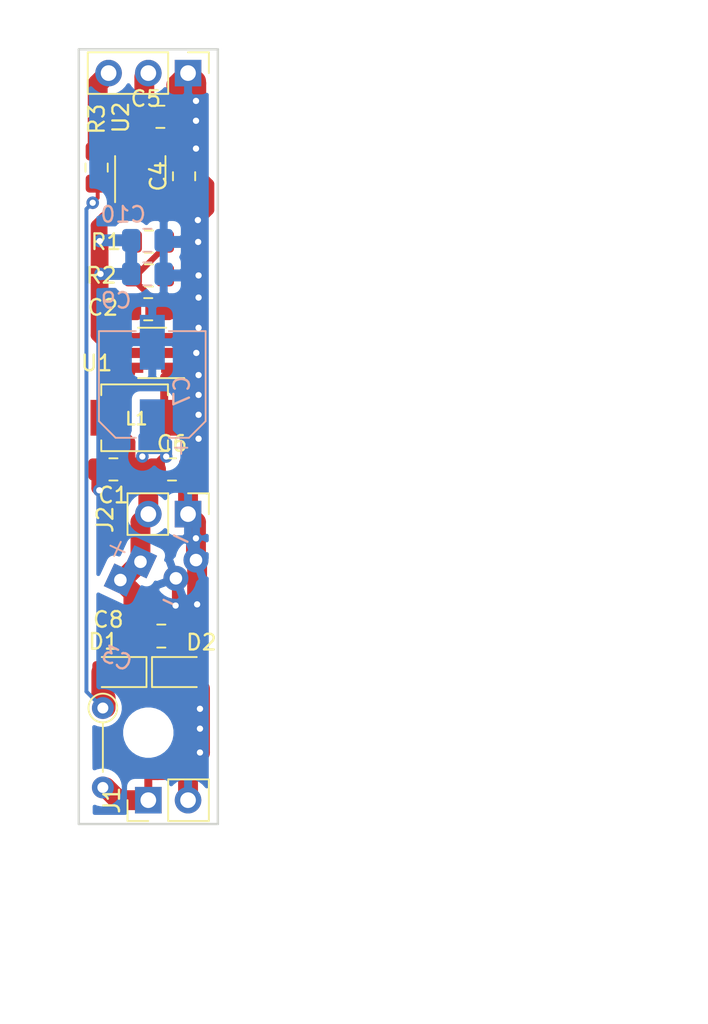
<source format=kicad_pcb>
(kicad_pcb (version 20171130) (host pcbnew 5.1.9+dfsg1-1)

  (general
    (thickness 1.6)
    (drawings 7)
    (tracks 190)
    (zones 0)
    (modules 24)
    (nets 10)
  )

  (page A4)
  (layers
    (0 F.Cu signal)
    (31 B.Cu signal)
    (32 B.Adhes user)
    (33 F.Adhes user)
    (34 B.Paste user)
    (35 F.Paste user)
    (36 B.SilkS user)
    (37 F.SilkS user)
    (38 B.Mask user)
    (39 F.Mask user)
    (40 Dwgs.User user)
    (41 Cmts.User user)
    (42 Eco1.User user)
    (43 Eco2.User user)
    (44 Edge.Cuts user)
    (45 Margin user)
    (46 B.CrtYd user)
    (47 F.CrtYd user)
    (48 B.Fab user)
    (49 F.Fab user)
  )

  (setup
    (last_trace_width 1.27)
    (user_trace_width 0.2032)
    (user_trace_width 0.25)
    (user_trace_width 0.381)
    (user_trace_width 0.508)
    (user_trace_width 0.635)
    (user_trace_width 0.762)
    (user_trace_width 1.016)
    (user_trace_width 1.27)
    (trace_clearance 0.15)
    (zone_clearance 0.508)
    (zone_45_only no)
    (trace_min 0.18)
    (via_size 0.8)
    (via_drill 0.4)
    (via_min_size 0.4)
    (via_min_drill 0.3)
    (uvia_size 0.3)
    (uvia_drill 0.1)
    (uvias_allowed no)
    (uvia_min_size 0.2)
    (uvia_min_drill 0.1)
    (edge_width 0.15)
    (segment_width 0.2)
    (pcb_text_width 0.3)
    (pcb_text_size 1.5 1.5)
    (mod_edge_width 0.15)
    (mod_text_size 1 1)
    (mod_text_width 0.15)
    (pad_size 1.524 1.524)
    (pad_drill 0.762)
    (pad_to_mask_clearance 0.2)
    (aux_axis_origin 0 0)
    (visible_elements FFFFFF7F)
    (pcbplotparams
      (layerselection 0x010fc_ffffffff)
      (usegerberextensions false)
      (usegerberattributes false)
      (usegerberadvancedattributes false)
      (creategerberjobfile false)
      (excludeedgelayer true)
      (linewidth 0.100000)
      (plotframeref false)
      (viasonmask false)
      (mode 1)
      (useauxorigin false)
      (hpglpennumber 1)
      (hpglpenspeed 20)
      (hpglpendiameter 15.000000)
      (psnegative false)
      (psa4output false)
      (plotreference true)
      (plotvalue true)
      (plotinvisibletext false)
      (padsonsilk false)
      (subtractmaskfromsilk true)
      (outputformat 1)
      (mirror false)
      (drillshape 0)
      (scaleselection 1)
      (outputdirectory "plots/"))
  )

  (net 0 "")
  (net 1 GND)
  (net 2 "Net-(L1-Pad2)")
  (net 3 3.3V)
  (net 4 /Vsw)
  (net 5 /Vfb)
  (net 6 Vin)
  (net 7 Vsense)
  (net 8 Vcap)
  (net 9 "Net-(E1-Pad1)")

  (net_class Default "This is the default net class."
    (clearance 0.15)
    (trace_width 0.25)
    (via_dia 0.8)
    (via_drill 0.4)
    (uvia_dia 0.3)
    (uvia_drill 0.1)
    (add_net /Vfb)
    (add_net /Vsw)
    (add_net 3.3V)
    (add_net GND)
    (add_net "Net-(E1-Pad1)")
    (add_net "Net-(L1-Pad2)")
    (add_net Vcap)
    (add_net Vin)
    (add_net Vsense)
  )

  (module 0_eurocad:SparkGap-0.3mm (layer F.Cu) (tedit 604509AE) (tstamp 6045B3A5)
    (at 17.5 61.45)
    (path /604AA4BD)
    (attr smd)
    (fp_text reference E1 (at 0 -2.2) (layer F.SilkS) hide
      (effects (font (size 1 1) (thickness 0.15)))
    )
    (fp_text value SPARK_GAP (at 0 -0.9) (layer F.Fab)
      (effects (font (size 1 1) (thickness 0.15)))
    )
    (fp_poly (pts (xy 0.69 0.3) (xy -0.55 0.3) (xy -0.55 -0.26) (xy 0.69 -0.26)) (layer F.Mask) (width 0.1))
    (fp_poly (pts (xy 0.03 0.05) (xy -0.17 -0.01) (xy 0.03 -0.05)) (layer F.Cu) (width 0.01))
    (fp_line (start -0.32 -0.06) (end -0.32 0.04) (layer F.Cu) (width 0.15))
    (pad 2 smd trapezoid (at 0.13 0) (size 0.37 0.25) (rect_delta -0.24 0 ) (layers F.Cu)
      (net 1 GND))
    (pad 2 smd rect (at 0.623333 0) (size 0.616666 0.5) (layers F.Cu)
      (net 1 GND))
    (pad 1 smd trapezoid (at -0.315 -0.125) (size 0.37 0.25) (rect_delta 0 -0.36 ) (layers F.Cu)
      (net 9 "Net-(E1-Pad1)"))
    (pad 1 smd trapezoid (at -0.315 0.125) (size 0.37 0.25) (rect_delta 0 0.36 ) (layers F.Cu)
      (net 9 "Net-(E1-Pad1)"))
    (pad 1 smd rect (at -0.623333 0) (size 0.616666 0.5) (layers F.Cu)
      (net 9 "Net-(E1-Pad1)"))
  )

  (module MountingHole:MountingHole_2.2mm_M2 (layer F.Cu) (tedit 604504BB) (tstamp 5C57B1DD)
    (at 16.256 58.674)
    (descr "Mounting Hole 2.2mm, no annular, M2")
    (tags "mounting hole 2.2mm no annular m2")
    (attr virtual)
    (fp_text reference REF** (at 0 -3.2) (layer F.SilkS) hide
      (effects (font (size 1 1) (thickness 0.15)))
    )
    (fp_text value MountingHole_2.2mm_M2 (at 0 3.2) (layer F.Fab)
      (effects (font (size 1 1) (thickness 0.15)))
    )
    (fp_circle (center 0 0) (end 2.2 0) (layer Cmts.User) (width 0.15))
    (fp_text user %R (at 0.3 0) (layer F.Fab)
      (effects (font (size 1 1) (thickness 0.15)))
    )
    (pad 1 np_thru_hole circle (at 0 0) (size 2.2 2.2) (drill 2.2) (layers *.Cu *.Mask))
  )

  (module Capacitor_THT:CP_Radial_D10.0mm_P2.50mm_P5.00mm (layer B.Cu) (tedit 6045047D) (tstamp 5C38406A)
    (at 15.753966 47.752 335)
    (descr "CP, Radial series, Radial, pin pitch=2.50mm 5.00mm, , diameter=10mm, Electrolytic Capacitor")
    (tags "CP Radial series Radial pin pitch 2.50mm 5.00mm  diameter 10mm Electrolytic Capacitor")
    (path /5C05419F)
    (fp_text reference C3 (at 1.25 6.249999 155) (layer B.SilkS)
      (effects (font (size 1 1) (thickness 0.15)) (justify mirror))
    )
    (fp_text value super (at 1.25 -6.25 155) (layer B.Fab)
      (effects (font (size 1 1) (thickness 0.15)) (justify mirror))
    )
    (fp_line (start -1.679646 0.375) (end -1.679646 -0.625) (layer B.SilkS) (width 0.12))
    (fp_line (start -2.179646 -0.125) (end -1.179646 -0.125) (layer B.SilkS) (width 0.12))
    (fp_line (start -2.538861 2.6875) (end -2.538861 1.6875) (layer B.Fab) (width 0.1))
    (fp_line (start -3.038861 2.1875) (end -2.038861 2.1875) (layer B.Fab) (width 0.1))
    (fp_text user %R (at 1.25 0 155) (layer B.Fab)
      (effects (font (size 1 1) (thickness 0.15)) (justify mirror))
    )
    (fp_line (start 1.23 -2.43) (end 2.18 -2.43) (layer B.SilkS) (width 0.15))
    (fp_line (start 2.37 1.58) (end 3.32 1.58) (layer B.SilkS) (width 0.15))
    (pad 1 thru_hole rect (at 0 0 335) (size 1.6 1.6) (drill 0.8) (layers *.Cu *.Mask)
      (net 8 Vcap))
    (pad 2 thru_hole circle (at 2.5 0.000001 335) (size 1.6 1.6) (drill 0.8) (layers *.Cu *.Mask)
      (net 1 GND))
    (pad 1 thru_hole rect (at -0.670937 1.6 335) (size 1.6 1.6) (drill 0.8) (layers *.Cu *.Mask)
      (net 8 Vcap))
    (pad 2 thru_hole circle (at 3.170937 -1.6 335) (size 1.6 1.6) (drill 0.8) (layers *.Cu *.Mask)
      (net 1 GND))
    (model ${KISYS3DMOD}/Capacitor_THT.3dshapes/CP_Radial_D10.0mm_P2.50mm_P5.00mm.wrl
      (at (xyz 0 0 0))
      (scale (xyz 1 1 1))
      (rotate (xyz 0 0 0))
    )
  )

  (module Capacitor_SMD:C_0805_2012Metric_Pad1.18x1.45mm_HandSolder (layer B.Cu) (tedit 5F68FEEF) (tstamp 60451FB0)
    (at 16.2 27.2)
    (descr "Capacitor SMD 0805 (2012 Metric), square (rectangular) end terminal, IPC_7351 nominal with elongated pad for handsoldering. (Body size source: IPC-SM-782 page 76, https://www.pcb-3d.com/wordpress/wp-content/uploads/ipc-sm-782a_amendment_1_and_2.pdf, https://docs.google.com/spreadsheets/d/1BsfQQcO9C6DZCsRaXUlFlo91Tg2WpOkGARC1WS5S8t0/edit?usp=sharing), generated with kicad-footprint-generator")
    (tags "capacitor handsolder")
    (path /6046DCE7)
    (attr smd)
    (fp_text reference C10 (at -1.55 -1.65) (layer B.SilkS)
      (effects (font (size 1 1) (thickness 0.15)) (justify mirror))
    )
    (fp_text value 10uF (at 0 -1.68) (layer B.Fab)
      (effects (font (size 1 1) (thickness 0.15)) (justify mirror))
    )
    (fp_text user %R (at 0 0) (layer B.Fab)
      (effects (font (size 0.5 0.5) (thickness 0.08)) (justify mirror))
    )
    (fp_line (start -1 -0.625) (end -1 0.625) (layer B.Fab) (width 0.1))
    (fp_line (start -1 0.625) (end 1 0.625) (layer B.Fab) (width 0.1))
    (fp_line (start 1 0.625) (end 1 -0.625) (layer B.Fab) (width 0.1))
    (fp_line (start 1 -0.625) (end -1 -0.625) (layer B.Fab) (width 0.1))
    (fp_line (start -0.261252 0.735) (end 0.261252 0.735) (layer B.SilkS) (width 0.12))
    (fp_line (start -0.261252 -0.735) (end 0.261252 -0.735) (layer B.SilkS) (width 0.12))
    (fp_line (start -1.88 -0.98) (end -1.88 0.98) (layer B.CrtYd) (width 0.05))
    (fp_line (start -1.88 0.98) (end 1.88 0.98) (layer B.CrtYd) (width 0.05))
    (fp_line (start 1.88 0.98) (end 1.88 -0.98) (layer B.CrtYd) (width 0.05))
    (fp_line (start 1.88 -0.98) (end -1.88 -0.98) (layer B.CrtYd) (width 0.05))
    (pad 2 smd roundrect (at 1.0375 0) (size 1.175 1.45) (layers B.Cu B.Paste B.Mask) (roundrect_rratio 0.2127659574468085)
      (net 1 GND))
    (pad 1 smd roundrect (at -1.0375 0) (size 1.175 1.45) (layers B.Cu B.Paste B.Mask) (roundrect_rratio 0.2127659574468085)
      (net 4 /Vsw))
    (model ${KISYS3DMOD}/Capacitor_SMD.3dshapes/C_0805_2012Metric.wrl
      (at (xyz 0 0 0))
      (scale (xyz 1 1 1))
      (rotate (xyz 0 0 0))
    )
  )

  (module Capacitor_SMD:C_0805_2012Metric_Pad1.18x1.45mm_HandSolder (layer B.Cu) (tedit 5F68FEEF) (tstamp 60451F9F)
    (at 16.2 29.35)
    (descr "Capacitor SMD 0805 (2012 Metric), square (rectangular) end terminal, IPC_7351 nominal with elongated pad for handsoldering. (Body size source: IPC-SM-782 page 76, https://www.pcb-3d.com/wordpress/wp-content/uploads/ipc-sm-782a_amendment_1_and_2.pdf, https://docs.google.com/spreadsheets/d/1BsfQQcO9C6DZCsRaXUlFlo91Tg2WpOkGARC1WS5S8t0/edit?usp=sharing), generated with kicad-footprint-generator")
    (tags "capacitor handsolder")
    (path /6046D5DE)
    (attr smd)
    (fp_text reference C9 (at -2 1.7) (layer B.SilkS)
      (effects (font (size 1 1) (thickness 0.15)) (justify mirror))
    )
    (fp_text value 10uF (at 0 -1.68) (layer B.Fab)
      (effects (font (size 1 1) (thickness 0.15)) (justify mirror))
    )
    (fp_text user %R (at 2.4 0.9) (layer B.Fab)
      (effects (font (size 0.5 0.5) (thickness 0.08)) (justify mirror))
    )
    (fp_line (start -1 -0.625) (end -1 0.625) (layer B.Fab) (width 0.1))
    (fp_line (start -1 0.625) (end 1 0.625) (layer B.Fab) (width 0.1))
    (fp_line (start 1 0.625) (end 1 -0.625) (layer B.Fab) (width 0.1))
    (fp_line (start 1 -0.625) (end -1 -0.625) (layer B.Fab) (width 0.1))
    (fp_line (start -0.261252 0.735) (end 0.261252 0.735) (layer B.SilkS) (width 0.12))
    (fp_line (start -0.261252 -0.735) (end 0.261252 -0.735) (layer B.SilkS) (width 0.12))
    (fp_line (start -1.88 -0.98) (end -1.88 0.98) (layer B.CrtYd) (width 0.05))
    (fp_line (start -1.88 0.98) (end 1.88 0.98) (layer B.CrtYd) (width 0.05))
    (fp_line (start 1.88 0.98) (end 1.88 -0.98) (layer B.CrtYd) (width 0.05))
    (fp_line (start 1.88 -0.98) (end -1.88 -0.98) (layer B.CrtYd) (width 0.05))
    (pad 2 smd roundrect (at 1.0375 0) (size 1.175 1.45) (layers B.Cu B.Paste B.Mask) (roundrect_rratio 0.2127659574468085)
      (net 1 GND))
    (pad 1 smd roundrect (at -1.0375 0) (size 1.175 1.45) (layers B.Cu B.Paste B.Mask) (roundrect_rratio 0.2127659574468085)
      (net 4 /Vsw))
    (model ${KISYS3DMOD}/Capacitor_SMD.3dshapes/C_0805_2012Metric.wrl
      (at (xyz 0 0 0))
      (scale (xyz 1 1 1))
      (rotate (xyz 0 0 0))
    )
  )

  (module Capacitor_SMD:C_0805_2012Metric_Pad1.18x1.45mm_HandSolder (layer F.Cu) (tedit 5F68FEEF) (tstamp 60451476)
    (at 17.0875 52.5)
    (descr "Capacitor SMD 0805 (2012 Metric), square (rectangular) end terminal, IPC_7351 nominal with elongated pad for handsoldering. (Body size source: IPC-SM-782 page 76, https://www.pcb-3d.com/wordpress/wp-content/uploads/ipc-sm-782a_amendment_1_and_2.pdf, https://docs.google.com/spreadsheets/d/1BsfQQcO9C6DZCsRaXUlFlo91Tg2WpOkGARC1WS5S8t0/edit?usp=sharing), generated with kicad-footprint-generator")
    (tags "capacitor handsolder")
    (path /60460D3C)
    (attr smd)
    (fp_text reference C8 (at -3.3875 -1.05) (layer F.SilkS)
      (effects (font (size 1 1) (thickness 0.15)))
    )
    (fp_text value 100n (at 0 1.68) (layer F.Fab)
      (effects (font (size 1 1) (thickness 0.15)))
    )
    (fp_text user %R (at 0 0) (layer F.Fab)
      (effects (font (size 0.5 0.5) (thickness 0.08)))
    )
    (fp_line (start -1 0.625) (end -1 -0.625) (layer F.Fab) (width 0.1))
    (fp_line (start -1 -0.625) (end 1 -0.625) (layer F.Fab) (width 0.1))
    (fp_line (start 1 -0.625) (end 1 0.625) (layer F.Fab) (width 0.1))
    (fp_line (start 1 0.625) (end -1 0.625) (layer F.Fab) (width 0.1))
    (fp_line (start -0.261252 -0.735) (end 0.261252 -0.735) (layer F.SilkS) (width 0.12))
    (fp_line (start -0.261252 0.735) (end 0.261252 0.735) (layer F.SilkS) (width 0.12))
    (fp_line (start -1.88 0.98) (end -1.88 -0.98) (layer F.CrtYd) (width 0.05))
    (fp_line (start -1.88 -0.98) (end 1.88 -0.98) (layer F.CrtYd) (width 0.05))
    (fp_line (start 1.88 -0.98) (end 1.88 0.98) (layer F.CrtYd) (width 0.05))
    (fp_line (start 1.88 0.98) (end -1.88 0.98) (layer F.CrtYd) (width 0.05))
    (pad 2 smd roundrect (at 1.0375 0) (size 1.175 1.45) (layers F.Cu F.Paste F.Mask) (roundrect_rratio 0.2127659574468085)
      (net 1 GND))
    (pad 1 smd roundrect (at -1.0375 0) (size 1.175 1.45) (layers F.Cu F.Paste F.Mask) (roundrect_rratio 0.2127659574468085)
      (net 8 Vcap))
    (model ${KISYS3DMOD}/Capacitor_SMD.3dshapes/C_0805_2012Metric.wrl
      (at (xyz 0 0 0))
      (scale (xyz 1 1 1))
      (rotate (xyz 0 0 0))
    )
  )

  (module Resistor_THT:R_Axial_DIN0204_L3.6mm_D1.6mm_P5.08mm_Vertical (layer F.Cu) (tedit 5C0418E6) (tstamp 5C36B5DA)
    (at 13.35 57.1 270)
    (descr "Resistor, Axial_DIN0204 series, Axial, Vertical, pin pitch=5.08mm, 0.167W, length*diameter=3.6*1.6mm^2, http://cdn-reichelt.de/documents/datenblatt/B400/1_4W%23YAG.pdf")
    (tags "Resistor Axial_DIN0204 series Axial Vertical pin pitch 5.08mm 0.167W length 3.6mm diameter 1.6mm")
    (path /5C060737)
    (fp_text reference F1 (at 2.54 -1.92 270) (layer F.SilkS) hide
      (effects (font (size 1 1) (thickness 0.15)))
    )
    (fp_text value 100na (at 2.54 1.92 270) (layer F.Fab)
      (effects (font (size 1 1) (thickness 0.15)))
    )
    (fp_line (start 6.03 -1.05) (end -1.05 -1.05) (layer F.CrtYd) (width 0.05))
    (fp_line (start 6.03 1.05) (end 6.03 -1.05) (layer F.CrtYd) (width 0.05))
    (fp_line (start -1.05 1.05) (end 6.03 1.05) (layer F.CrtYd) (width 0.05))
    (fp_line (start -1.05 -1.05) (end -1.05 1.05) (layer F.CrtYd) (width 0.05))
    (fp_line (start 0.92 0) (end 4.08 0) (layer F.SilkS) (width 0.12))
    (fp_line (start 0 0) (end 5.08 0) (layer F.Fab) (width 0.1))
    (fp_circle (center 0 0) (end 0.92 0) (layer F.SilkS) (width 0.12))
    (fp_circle (center 0 0) (end 0.8 0) (layer F.Fab) (width 0.1))
    (fp_text user %R (at 2.54 -1.92 270) (layer F.Fab)
      (effects (font (size 1 1) (thickness 0.15)))
    )
    (pad 1 thru_hole circle (at 0 0 270) (size 1.4 1.4) (drill 0.7) (layers *.Cu *.Mask)
      (net 6 Vin))
    (pad 2 thru_hole oval (at 5.08 0 270) (size 1.4 1.4) (drill 0.7) (layers *.Cu *.Mask)
      (net 9 "Net-(E1-Pad1)"))
    (model ${KISYS3DMOD}/Resistor_THT.3dshapes/R_Axial_DIN0204_L3.6mm_D1.6mm_P5.08mm_Vertical.wrl
      (at (xyz 0 0 0))
      (scale (xyz 1 1 1))
      (rotate (xyz 0 0 0))
    )
  )

  (module Diode_SMD:D_0805_2012Metric_Pad1.15x1.40mm_HandSolder (layer F.Cu) (tedit 5B4B45C8) (tstamp 5C3845F6)
    (at 18.3515 54.8005)
    (descr "Diode SMD 0805 (2012 Metric), square (rectangular) end terminal, IPC_7351 nominal, (Body size source: https://docs.google.com/spreadsheets/d/1BsfQQcO9C6DZCsRaXUlFlo91Tg2WpOkGARC1WS5S8t0/edit?usp=sharing), generated with kicad-footprint-generator")
    (tags "diode handsolder")
    (path /5C056385)
    (attr smd)
    (fp_text reference D2 (at 1.2985 -1.9005) (layer F.SilkS)
      (effects (font (size 1 1) (thickness 0.15)))
    )
    (fp_text value 5.1V (at 0 1.65) (layer F.Fab)
      (effects (font (size 1 1) (thickness 0.15)))
    )
    (fp_line (start 1 -0.6) (end -0.7 -0.6) (layer F.Fab) (width 0.1))
    (fp_line (start -0.7 -0.6) (end -1 -0.3) (layer F.Fab) (width 0.1))
    (fp_line (start -1 -0.3) (end -1 0.6) (layer F.Fab) (width 0.1))
    (fp_line (start -1 0.6) (end 1 0.6) (layer F.Fab) (width 0.1))
    (fp_line (start 1 0.6) (end 1 -0.6) (layer F.Fab) (width 0.1))
    (fp_line (start 1 -0.96) (end -1.86 -0.96) (layer F.SilkS) (width 0.12))
    (fp_line (start -1.86 -0.96) (end -1.86 0.96) (layer F.SilkS) (width 0.12))
    (fp_line (start -1.86 0.96) (end 1 0.96) (layer F.SilkS) (width 0.12))
    (fp_line (start -1.85 0.95) (end -1.85 -0.95) (layer F.CrtYd) (width 0.05))
    (fp_line (start -1.85 -0.95) (end 1.85 -0.95) (layer F.CrtYd) (width 0.05))
    (fp_line (start 1.85 -0.95) (end 1.85 0.95) (layer F.CrtYd) (width 0.05))
    (fp_line (start 1.85 0.95) (end -1.85 0.95) (layer F.CrtYd) (width 0.05))
    (fp_text user %R (at -0.254 0) (layer F.Fab)
      (effects (font (size 0.5 0.5) (thickness 0.08)))
    )
    (pad 2 smd roundrect (at 1.025 0) (size 1.15 1.4) (layers F.Cu F.Paste F.Mask) (roundrect_rratio 0.2173904347826087)
      (net 1 GND))
    (pad 1 smd roundrect (at -1.025 0) (size 1.15 1.4) (layers F.Cu F.Paste F.Mask) (roundrect_rratio 0.2173904347826087)
      (net 8 Vcap))
    (model ${KISYS3DMOD}/Diode_SMD.3dshapes/D_0805_2012Metric.wrl
      (at (xyz 0 0 0))
      (scale (xyz 1 1 1))
      (rotate (xyz 0 0 0))
    )
  )

  (module Connector_PinHeader_2.54mm:PinHeader_1x02_P2.54mm_Vertical (layer F.Cu) (tedit 59FED5CC) (tstamp 5C57BF11)
    (at 16.256 62.992 90)
    (descr "Through hole straight pin header, 1x02, 2.54mm pitch, single row")
    (tags "Through hole pin header THT 1x02 2.54mm single row")
    (path /5C042828)
    (fp_text reference J1 (at 0 -2.33 90) (layer F.SilkS)
      (effects (font (size 1 1) (thickness 0.15)))
    )
    (fp_text value Conn_01x02 (at 0 4.87 90) (layer F.Fab)
      (effects (font (size 1 1) (thickness 0.15)))
    )
    (fp_line (start 1.8 -1.8) (end -1.8 -1.8) (layer F.CrtYd) (width 0.05))
    (fp_line (start 1.8 4.35) (end 1.8 -1.8) (layer F.CrtYd) (width 0.05))
    (fp_line (start -1.8 4.35) (end 1.8 4.35) (layer F.CrtYd) (width 0.05))
    (fp_line (start -1.8 -1.8) (end -1.8 4.35) (layer F.CrtYd) (width 0.05))
    (fp_line (start -1.33 -1.33) (end 0 -1.33) (layer F.SilkS) (width 0.12))
    (fp_line (start -1.33 0) (end -1.33 -1.33) (layer F.SilkS) (width 0.12))
    (fp_line (start -1.33 1.27) (end 1.33 1.27) (layer F.SilkS) (width 0.12))
    (fp_line (start 1.33 1.27) (end 1.33 3.87) (layer F.SilkS) (width 0.12))
    (fp_line (start -1.33 1.27) (end -1.33 3.87) (layer F.SilkS) (width 0.12))
    (fp_line (start -1.33 3.87) (end 1.33 3.87) (layer F.SilkS) (width 0.12))
    (fp_line (start -1.27 -0.635) (end -0.635 -1.27) (layer F.Fab) (width 0.1))
    (fp_line (start -1.27 3.81) (end -1.27 -0.635) (layer F.Fab) (width 0.1))
    (fp_line (start 1.27 3.81) (end -1.27 3.81) (layer F.Fab) (width 0.1))
    (fp_line (start 1.27 -1.27) (end 1.27 3.81) (layer F.Fab) (width 0.1))
    (fp_line (start -0.635 -1.27) (end 1.27 -1.27) (layer F.Fab) (width 0.1))
    (fp_text user %R (at 0 1.27 180) (layer F.Fab)
      (effects (font (size 1 1) (thickness 0.15)))
    )
    (pad 1 thru_hole rect (at 0 0 90) (size 1.7 1.7) (drill 1) (layers *.Cu *.Mask)
      (net 9 "Net-(E1-Pad1)"))
    (pad 2 thru_hole oval (at 0 2.54 90) (size 1.7 1.7) (drill 1) (layers *.Cu *.Mask)
      (net 1 GND))
    (model ${KISYS3DMOD}/Connector_PinHeader_2.54mm.3dshapes/PinHeader_1x02_P2.54mm_Vertical.wrl
      (at (xyz 0 0 0))
      (scale (xyz 1 1 1))
      (rotate (xyz 0 0 0))
    )
  )

  (module Diode_SMD:D_0805_2012Metric_Pad1.15x1.40mm_HandSolder (layer F.Cu) (tedit 5B4B45C8) (tstamp 5C38475C)
    (at 14.2785 54.8005 180)
    (descr "Diode SMD 0805 (2012 Metric), square (rectangular) end terminal, IPC_7351 nominal, (Body size source: https://docs.google.com/spreadsheets/d/1BsfQQcO9C6DZCsRaXUlFlo91Tg2WpOkGARC1WS5S8t0/edit?usp=sharing), generated with kicad-footprint-generator")
    (tags "diode handsolder")
    (path /5C056031)
    (attr smd)
    (fp_text reference D1 (at 0.8785 1.9505 180) (layer F.SilkS)
      (effects (font (size 1 1) (thickness 0.15)))
    )
    (fp_text value D_Schottky (at 0 1.65 180) (layer F.Fab)
      (effects (font (size 1 1) (thickness 0.15)))
    )
    (fp_line (start 1.85 0.95) (end -1.85 0.95) (layer F.CrtYd) (width 0.05))
    (fp_line (start 1.85 -0.95) (end 1.85 0.95) (layer F.CrtYd) (width 0.05))
    (fp_line (start -1.85 -0.95) (end 1.85 -0.95) (layer F.CrtYd) (width 0.05))
    (fp_line (start -1.85 0.95) (end -1.85 -0.95) (layer F.CrtYd) (width 0.05))
    (fp_line (start -1.86 0.96) (end 1 0.96) (layer F.SilkS) (width 0.12))
    (fp_line (start -1.86 -0.96) (end -1.86 0.96) (layer F.SilkS) (width 0.12))
    (fp_line (start 1 -0.96) (end -1.86 -0.96) (layer F.SilkS) (width 0.12))
    (fp_line (start 1 0.6) (end 1 -0.6) (layer F.Fab) (width 0.1))
    (fp_line (start -1 0.6) (end 1 0.6) (layer F.Fab) (width 0.1))
    (fp_line (start -1 -0.3) (end -1 0.6) (layer F.Fab) (width 0.1))
    (fp_line (start -0.7 -0.6) (end -1 -0.3) (layer F.Fab) (width 0.1))
    (fp_line (start 1 -0.6) (end -0.7 -0.6) (layer F.Fab) (width 0.1))
    (fp_text user %R (at 0 0 180) (layer F.Fab)
      (effects (font (size 0.5 0.5) (thickness 0.08)))
    )
    (pad 1 smd roundrect (at -1.025 0 180) (size 1.15 1.4) (layers F.Cu F.Paste F.Mask) (roundrect_rratio 0.2173904347826087)
      (net 8 Vcap))
    (pad 2 smd roundrect (at 1.025 0 180) (size 1.15 1.4) (layers F.Cu F.Paste F.Mask) (roundrect_rratio 0.2173904347826087)
      (net 6 Vin))
    (model ${KISYS3DMOD}/Diode_SMD.3dshapes/D_0805_2012Metric.wrl
      (at (xyz 0 0 0))
      (scale (xyz 1 1 1))
      (rotate (xyz 0 0 0))
    )
  )

  (module TO_SOT_Packages_SMD:SOT-23-6_Handsoldering (layer F.Cu) (tedit 58CE4E7E) (tstamp 5B821FB4)
    (at 16.503801 34.399034 180)
    (descr "6-pin SOT-23 package, Handsoldering")
    (tags "SOT-23-6 Handsoldering")
    (path /5C042845)
    (attr smd)
    (fp_text reference U1 (at 3.549801 -0.652966 180) (layer F.SilkS)
      (effects (font (size 1 1) (thickness 0.15)))
    )
    (fp_text value MCP16252-I_CH (at 0 2.9 180) (layer F.Fab)
      (effects (font (size 1 1) (thickness 0.15)))
    )
    (fp_line (start -0.9 1.61) (end 0.9 1.61) (layer F.SilkS) (width 0.12))
    (fp_line (start 0.9 -1.61) (end -2.05 -1.61) (layer F.SilkS) (width 0.12))
    (fp_line (start -2.4 1.8) (end -2.4 -1.8) (layer F.CrtYd) (width 0.05))
    (fp_line (start 2.4 1.8) (end -2.4 1.8) (layer F.CrtYd) (width 0.05))
    (fp_line (start 2.4 -1.8) (end 2.4 1.8) (layer F.CrtYd) (width 0.05))
    (fp_line (start -2.4 -1.8) (end 2.4 -1.8) (layer F.CrtYd) (width 0.05))
    (fp_line (start -0.9 -0.9) (end -0.25 -1.55) (layer F.Fab) (width 0.1))
    (fp_line (start 0.9 -1.55) (end -0.25 -1.55) (layer F.Fab) (width 0.1))
    (fp_line (start -0.9 -0.9) (end -0.9 1.55) (layer F.Fab) (width 0.1))
    (fp_line (start 0.9 1.55) (end -0.9 1.55) (layer F.Fab) (width 0.1))
    (fp_line (start 0.9 -1.55) (end 0.9 1.55) (layer F.Fab) (width 0.1))
    (fp_text user %R (at 0 0 180) (layer F.Fab)
      (effects (font (size 0.5 0.5) (thickness 0.075)))
    )
    (pad 5 smd rect (at 1.35 0 180) (size 1.56 0.65) (layers F.Cu F.Paste F.Mask)
      (net 4 /Vsw))
    (pad 6 smd rect (at 1.35 -0.95 180) (size 1.56 0.65) (layers F.Cu F.Paste F.Mask)
      (net 8 Vcap))
    (pad 4 smd rect (at 1.35 0.95 180) (size 1.56 0.65) (layers F.Cu F.Paste F.Mask)
      (net 5 /Vfb))
    (pad 3 smd rect (at -1.35 0.95 180) (size 1.56 0.65) (layers F.Cu F.Paste F.Mask)
      (net 8 Vcap))
    (pad 2 smd rect (at -1.35 0 180) (size 1.56 0.65) (layers F.Cu F.Paste F.Mask)
      (net 1 GND))
    (pad 1 smd rect (at -1.35 -0.95 180) (size 1.56 0.65) (layers F.Cu F.Paste F.Mask)
      (net 2 "Net-(L1-Pad2)"))
    (model ${KISYS3DMOD}/TO_SOT_Packages_SMD.3dshapes/SOT-23-6.wrl
      (at (xyz 0 0 0))
      (scale (xyz 1 1 1))
      (rotate (xyz 0 0 0))
    )
  )

  (module TO_SOT_Packages_SMD:SOT-23-6_Handsoldering (layer F.Cu) (tedit 58CE4E7E) (tstamp 5B821FCA)
    (at 15.741801 22.715034 90)
    (descr "6-pin SOT-23 package, Handsoldering")
    (tags "SOT-23-6 Handsoldering")
    (path /5C042805)
    (attr smd)
    (fp_text reference U2 (at 3.365034 -1.241801 90) (layer F.SilkS)
      (effects (font (size 1 1) (thickness 0.15)))
    )
    (fp_text value MCP1711 (at 0 2.9 90) (layer F.Fab)
      (effects (font (size 1 1) (thickness 0.15)))
    )
    (fp_line (start 0.9 -1.55) (end 0.9 1.55) (layer F.Fab) (width 0.1))
    (fp_line (start 0.9 1.55) (end -0.9 1.55) (layer F.Fab) (width 0.1))
    (fp_line (start -0.9 -0.9) (end -0.9 1.55) (layer F.Fab) (width 0.1))
    (fp_line (start 0.9 -1.55) (end -0.25 -1.55) (layer F.Fab) (width 0.1))
    (fp_line (start -0.9 -0.9) (end -0.25 -1.55) (layer F.Fab) (width 0.1))
    (fp_line (start -2.4 -1.8) (end 2.4 -1.8) (layer F.CrtYd) (width 0.05))
    (fp_line (start 2.4 -1.8) (end 2.4 1.8) (layer F.CrtYd) (width 0.05))
    (fp_line (start 2.4 1.8) (end -2.4 1.8) (layer F.CrtYd) (width 0.05))
    (fp_line (start -2.4 1.8) (end -2.4 -1.8) (layer F.CrtYd) (width 0.05))
    (fp_line (start 0.9 -1.61) (end -2.05 -1.61) (layer F.SilkS) (width 0.12))
    (fp_line (start -0.9 1.61) (end 0.9 1.61) (layer F.SilkS) (width 0.12))
    (fp_text user %R (at 0.0254 -0.0762 90) (layer F.Fab)
      (effects (font (size 0.5 0.5) (thickness 0.075)))
    )
    (pad 1 smd rect (at -1.35 -0.95 90) (size 1.56 0.65) (layers F.Cu F.Paste F.Mask)
      (net 4 /Vsw))
    (pad 2 smd rect (at -1.35 0 90) (size 1.56 0.65) (layers F.Cu F.Paste F.Mask)
      (net 1 GND))
    (pad 3 smd rect (at -1.35 0.95 90) (size 1.56 0.65) (layers F.Cu F.Paste F.Mask)
      (net 4 /Vsw))
    (pad 4 smd rect (at 1.35 0.95 90) (size 1.56 0.65) (layers F.Cu F.Paste F.Mask))
    (pad 6 smd rect (at 1.35 -0.95 90) (size 1.56 0.65) (layers F.Cu F.Paste F.Mask))
    (pad 5 smd rect (at 1.35 0 90) (size 1.56 0.65) (layers F.Cu F.Paste F.Mask)
      (net 3 3.3V))
    (model ${KISYS3DMOD}/TO_SOT_Packages_SMD.3dshapes/SOT-23-6.wrl
      (at (xyz 0 0 0))
      (scale (xyz 1 1 1))
      (rotate (xyz 0 0 0))
    )
  )

  (module Connector_PinHeader_2.54mm:PinHeader_1x03_P2.54mm_Vertical (layer F.Cu) (tedit 59FED5CC) (tstamp 5C61F1C3)
    (at 18.796 16.51 270)
    (descr "Through hole straight pin header, 1x03, 2.54mm pitch, single row")
    (tags "Through hole pin header THT 1x03 2.54mm single row")
    (path /5C043818)
    (fp_text reference J3 (at 1.79 0.746 270) (layer F.SilkS) hide
      (effects (font (size 1 1) (thickness 0.15)))
    )
    (fp_text value Conn_01x03 (at 0 7.41 270) (layer F.Fab)
      (effects (font (size 1 1) (thickness 0.15)))
    )
    (fp_line (start 1.8 -1.8) (end -1.8 -1.8) (layer F.CrtYd) (width 0.05))
    (fp_line (start 1.8 6.85) (end 1.8 -1.8) (layer F.CrtYd) (width 0.05))
    (fp_line (start -1.8 6.85) (end 1.8 6.85) (layer F.CrtYd) (width 0.05))
    (fp_line (start -1.8 -1.8) (end -1.8 6.85) (layer F.CrtYd) (width 0.05))
    (fp_line (start -1.33 -1.33) (end 0 -1.33) (layer F.SilkS) (width 0.12))
    (fp_line (start -1.33 0) (end -1.33 -1.33) (layer F.SilkS) (width 0.12))
    (fp_line (start -1.33 1.27) (end 1.33 1.27) (layer F.SilkS) (width 0.12))
    (fp_line (start 1.33 1.27) (end 1.33 6.41) (layer F.SilkS) (width 0.12))
    (fp_line (start -1.33 1.27) (end -1.33 6.41) (layer F.SilkS) (width 0.12))
    (fp_line (start -1.33 6.41) (end 1.33 6.41) (layer F.SilkS) (width 0.12))
    (fp_line (start -1.27 -0.635) (end -0.635 -1.27) (layer F.Fab) (width 0.1))
    (fp_line (start -1.27 6.35) (end -1.27 -0.635) (layer F.Fab) (width 0.1))
    (fp_line (start 1.27 6.35) (end -1.27 6.35) (layer F.Fab) (width 0.1))
    (fp_line (start 1.27 -1.27) (end 1.27 6.35) (layer F.Fab) (width 0.1))
    (fp_line (start -0.635 -1.27) (end 1.27 -1.27) (layer F.Fab) (width 0.1))
    (fp_text user %R (at 0 2.54) (layer F.Fab)
      (effects (font (size 1 1) (thickness 0.15)))
    )
    (pad 1 thru_hole rect (at 0 0 270) (size 1.7 1.7) (drill 1) (layers *.Cu *.Mask)
      (net 1 GND))
    (pad 2 thru_hole oval (at 0 2.54 270) (size 1.7 1.7) (drill 1) (layers *.Cu *.Mask)
      (net 3 3.3V))
    (pad 3 thru_hole oval (at 0 5.08 270) (size 1.7 1.7) (drill 1) (layers *.Cu *.Mask)
      (net 7 Vsense))
    (model ${KISYS3DMOD}/Connector_PinHeader_2.54mm.3dshapes/PinHeader_1x03_P2.54mm_Vertical.wrl
      (at (xyz 0 0 0))
      (scale (xyz 1 1 1))
      (rotate (xyz 0 0 0))
    )
  )

  (module Connector_PinHeader_2.54mm:PinHeader_1x02_P2.54mm_Vertical (layer F.Cu) (tedit 59FED5CC) (tstamp 5C3839A0)
    (at 18.796 44.704 270)
    (descr "Through hole straight pin header, 1x02, 2.54mm pitch, single row")
    (tags "Through hole pin header THT 1x02 2.54mm single row")
    (path /5C054283)
    (fp_text reference J2 (at 0.346 5.296 270) (layer F.SilkS)
      (effects (font (size 1 1) (thickness 0.15)))
    )
    (fp_text value Cap (at 0 4.87 270) (layer F.Fab)
      (effects (font (size 1 1) (thickness 0.15)))
    )
    (fp_line (start -0.635 -1.27) (end 1.27 -1.27) (layer F.Fab) (width 0.1))
    (fp_line (start 1.27 -1.27) (end 1.27 3.81) (layer F.Fab) (width 0.1))
    (fp_line (start 1.27 3.81) (end -1.27 3.81) (layer F.Fab) (width 0.1))
    (fp_line (start -1.27 3.81) (end -1.27 -0.635) (layer F.Fab) (width 0.1))
    (fp_line (start -1.27 -0.635) (end -0.635 -1.27) (layer F.Fab) (width 0.1))
    (fp_line (start -1.33 3.87) (end 1.33 3.87) (layer F.SilkS) (width 0.12))
    (fp_line (start -1.33 1.27) (end -1.33 3.87) (layer F.SilkS) (width 0.12))
    (fp_line (start 1.33 1.27) (end 1.33 3.87) (layer F.SilkS) (width 0.12))
    (fp_line (start -1.33 1.27) (end 1.33 1.27) (layer F.SilkS) (width 0.12))
    (fp_line (start -1.33 0) (end -1.33 -1.33) (layer F.SilkS) (width 0.12))
    (fp_line (start -1.33 -1.33) (end 0 -1.33) (layer F.SilkS) (width 0.12))
    (fp_line (start -1.8 -1.8) (end -1.8 4.35) (layer F.CrtYd) (width 0.05))
    (fp_line (start -1.8 4.35) (end 1.8 4.35) (layer F.CrtYd) (width 0.05))
    (fp_line (start 1.8 4.35) (end 1.8 -1.8) (layer F.CrtYd) (width 0.05))
    (fp_line (start 1.8 -1.8) (end -1.8 -1.8) (layer F.CrtYd) (width 0.05))
    (fp_text user %R (at 0 1.27) (layer F.Fab)
      (effects (font (size 1 1) (thickness 0.15)))
    )
    (pad 2 thru_hole oval (at 0 2.54 270) (size 1.7 1.7) (drill 1) (layers *.Cu *.Mask)
      (net 8 Vcap))
    (pad 1 thru_hole rect (at 0 0 270) (size 1.7 1.7) (drill 1) (layers *.Cu *.Mask)
      (net 1 GND))
    (model ${KISYS3DMOD}/Connector_PinHeader_2.54mm.3dshapes/PinHeader_1x02_P2.54mm_Vertical.wrl
      (at (xyz 0 0 0))
      (scale (xyz 1 1 1))
      (rotate (xyz 0 0 0))
    )
  )

  (module Inductor_SMD:L_Vishay_IHLP-1616 (layer F.Cu) (tedit 5C04192C) (tstamp 5C4CF5D6)
    (at 15.37975 38.5445)
    (descr "Inductor, Vishay, IHLP series, 4.1mmx4.1mm")
    (tags "inductor vishay ihlp smd")
    (path /5C0427D1)
    (attr smd)
    (fp_text reference L1 (at 0.11425 0.0635) (layer F.SilkS)
      (effects (font (size 0.8 0.8) (thickness 0.15)))
    )
    (fp_text value 4.7u (at 0 3.532) (layer F.Fab)
      (effects (font (size 1 1) (thickness 0.15)))
    )
    (fp_line (start 3.1 -2.3) (end -3.1 -2.3) (layer F.CrtYd) (width 0.05))
    (fp_line (start 3.1 2.3) (end 3.1 -2.3) (layer F.CrtYd) (width 0.05))
    (fp_line (start -3.1 2.3) (end 3.1 2.3) (layer F.CrtYd) (width 0.05))
    (fp_line (start -3.1 -2.3) (end -3.1 2.3) (layer F.CrtYd) (width 0.05))
    (fp_line (start 2.132 2.132) (end 2.132 1.443) (layer F.SilkS) (width 0.12))
    (fp_line (start -2.132 2.132) (end 2.132 2.132) (layer F.SilkS) (width 0.12))
    (fp_line (start -2.132 1.443) (end -2.132 2.132) (layer F.SilkS) (width 0.12))
    (fp_line (start 2.132 -2.132) (end 2.132 -1.443) (layer F.SilkS) (width 0.12))
    (fp_line (start -2.132 -2.132) (end 2.132 -2.132) (layer F.SilkS) (width 0.12))
    (fp_line (start -2.132 -1.443) (end -2.132 -2.132) (layer F.SilkS) (width 0.12))
    (fp_line (start 2.032 -2.032) (end -2.032 -2.032) (layer F.Fab) (width 0.1))
    (fp_line (start 2.032 2.032) (end 2.032 -2.032) (layer F.Fab) (width 0.1))
    (fp_line (start -2.032 2.032) (end 2.032 2.032) (layer F.Fab) (width 0.1))
    (fp_line (start -2.032 -2.032) (end -2.032 2.032) (layer F.Fab) (width 0.1))
    (fp_text user %R (at 0 0) (layer F.Fab)
      (effects (font (size 1 1) (thickness 0.15)))
    )
    (pad 1 smd rect (at -1.89225 0) (size 1.8545 2.286) (layers F.Cu F.Paste F.Mask)
      (net 8 Vcap))
    (pad 2 smd rect (at 1.89225 0) (size 1.8545 2.286) (layers F.Cu F.Paste F.Mask)
      (net 2 "Net-(L1-Pad2)"))
    (model ${KISYS3DMOD}/Inductor_SMD.3dshapes/L_Vishay_IHLP-1616.wrl
      (at (xyz 0 0 0))
      (scale (xyz 1 1 1))
      (rotate (xyz 0 0 0))
    )
  )

  (module Resistor_SMD:R_0805_2012Metric_Pad1.15x1.40mm_HandSolder (layer F.Cu) (tedit 5B36C52B) (tstamp 5C4D067B)
    (at 12.95 22.55 90)
    (descr "Resistor SMD 0805 (2012 Metric), square (rectangular) end terminal, IPC_7351 nominal with elongated pad for handsoldering. (Body size source: https://docs.google.com/spreadsheets/d/1BsfQQcO9C6DZCsRaXUlFlo91Tg2WpOkGARC1WS5S8t0/edit?usp=sharing), generated with kicad-footprint-generator")
    (tags "resistor handsolder")
    (path /5C04902E)
    (attr smd)
    (fp_text reference R3 (at 3.1 0 90) (layer F.SilkS)
      (effects (font (size 1 1) (thickness 0.15)))
    )
    (fp_text value 10k (at 0 1.65 90) (layer F.Fab)
      (effects (font (size 1 1) (thickness 0.15)))
    )
    (fp_line (start 1.85 0.95) (end -1.85 0.95) (layer F.CrtYd) (width 0.05))
    (fp_line (start 1.85 -0.95) (end 1.85 0.95) (layer F.CrtYd) (width 0.05))
    (fp_line (start -1.85 -0.95) (end 1.85 -0.95) (layer F.CrtYd) (width 0.05))
    (fp_line (start -1.85 0.95) (end -1.85 -0.95) (layer F.CrtYd) (width 0.05))
    (fp_line (start -0.261252 0.71) (end 0.261252 0.71) (layer F.SilkS) (width 0.12))
    (fp_line (start -0.261252 -0.71) (end 0.261252 -0.71) (layer F.SilkS) (width 0.12))
    (fp_line (start 1 0.6) (end -1 0.6) (layer F.Fab) (width 0.1))
    (fp_line (start 1 -0.6) (end 1 0.6) (layer F.Fab) (width 0.1))
    (fp_line (start -1 -0.6) (end 1 -0.6) (layer F.Fab) (width 0.1))
    (fp_line (start -1 0.6) (end -1 -0.6) (layer F.Fab) (width 0.1))
    (fp_text user %R (at 0 0 90) (layer F.Fab)
      (effects (font (size 0.5 0.5) (thickness 0.08)))
    )
    (pad 1 smd roundrect (at -1.025 0 90) (size 1.15 1.4) (layers F.Cu F.Paste F.Mask) (roundrect_rratio 0.2173904347826087)
      (net 6 Vin))
    (pad 2 smd roundrect (at 1.025 0 90) (size 1.15 1.4) (layers F.Cu F.Paste F.Mask) (roundrect_rratio 0.2173904347826087)
      (net 7 Vsense))
    (model ${KISYS3DMOD}/Resistor_SMD.3dshapes/R_0805_2012Metric.wrl
      (at (xyz 0 0 0))
      (scale (xyz 1 1 1))
      (rotate (xyz 0 0 0))
    )
  )

  (module Capacitor_SMD:C_0805_2012Metric_Pad1.15x1.40mm_HandSolder (layer F.Cu) (tedit 5B36C52B) (tstamp 5C4D120E)
    (at 18.542 23.105 90)
    (descr "Capacitor SMD 0805 (2012 Metric), square (rectangular) end terminal, IPC_7351 nominal with elongated pad for handsoldering. (Body size source: https://docs.google.com/spreadsheets/d/1BsfQQcO9C6DZCsRaXUlFlo91Tg2WpOkGARC1WS5S8t0/edit?usp=sharing), generated with kicad-footprint-generator")
    (tags "capacitor handsolder")
    (path /5C04D60C)
    (attr smd)
    (fp_text reference C4 (at 0 -1.65 90) (layer F.SilkS)
      (effects (font (size 1 1) (thickness 0.15)))
    )
    (fp_text value 100n (at 0 1.65 90) (layer F.Fab)
      (effects (font (size 1 1) (thickness 0.15)))
    )
    (fp_line (start 1.85 0.95) (end -1.85 0.95) (layer F.CrtYd) (width 0.05))
    (fp_line (start 1.85 -0.95) (end 1.85 0.95) (layer F.CrtYd) (width 0.05))
    (fp_line (start -1.85 -0.95) (end 1.85 -0.95) (layer F.CrtYd) (width 0.05))
    (fp_line (start -1.85 0.95) (end -1.85 -0.95) (layer F.CrtYd) (width 0.05))
    (fp_line (start -0.261252 0.71) (end 0.261252 0.71) (layer F.SilkS) (width 0.12))
    (fp_line (start -0.261252 -0.71) (end 0.261252 -0.71) (layer F.SilkS) (width 0.12))
    (fp_line (start 1 0.6) (end -1 0.6) (layer F.Fab) (width 0.1))
    (fp_line (start 1 -0.6) (end 1 0.6) (layer F.Fab) (width 0.1))
    (fp_line (start -1 -0.6) (end 1 -0.6) (layer F.Fab) (width 0.1))
    (fp_line (start -1 0.6) (end -1 -0.6) (layer F.Fab) (width 0.1))
    (fp_text user %R (at 0 0 90) (layer F.Fab)
      (effects (font (size 0.5 0.5) (thickness 0.08)))
    )
    (pad 1 smd roundrect (at -1.025 0 90) (size 1.15 1.4) (layers F.Cu F.Paste F.Mask) (roundrect_rratio 0.2173904347826087)
      (net 4 /Vsw))
    (pad 2 smd roundrect (at 1.025 0 90) (size 1.15 1.4) (layers F.Cu F.Paste F.Mask) (roundrect_rratio 0.2173904347826087)
      (net 1 GND))
    (model ${KISYS3DMOD}/Capacitor_SMD.3dshapes/C_0805_2012Metric.wrl
      (at (xyz 0 0 0))
      (scale (xyz 1 1 1))
      (rotate (xyz 0 0 0))
    )
  )

  (module Capacitor_SMD:C_0805_2012Metric_Pad1.15x1.40mm_HandSolder (layer F.Cu) (tedit 5B36C52B) (tstamp 5C57B146)
    (at 17.027 19.304)
    (descr "Capacitor SMD 0805 (2012 Metric), square (rectangular) end terminal, IPC_7351 nominal with elongated pad for handsoldering. (Body size source: https://docs.google.com/spreadsheets/d/1BsfQQcO9C6DZCsRaXUlFlo91Tg2WpOkGARC1WS5S8t0/edit?usp=sharing), generated with kicad-footprint-generator")
    (tags "capacitor handsolder")
    (path /5C04E9A0)
    (attr smd)
    (fp_text reference C5 (at -0.927 -1.154) (layer F.SilkS)
      (effects (font (size 1 1) (thickness 0.15)))
    )
    (fp_text value 100n (at 0 1.65) (layer F.Fab)
      (effects (font (size 1 1) (thickness 0.15)))
    )
    (fp_line (start -1 0.6) (end -1 -0.6) (layer F.Fab) (width 0.1))
    (fp_line (start -1 -0.6) (end 1 -0.6) (layer F.Fab) (width 0.1))
    (fp_line (start 1 -0.6) (end 1 0.6) (layer F.Fab) (width 0.1))
    (fp_line (start 1 0.6) (end -1 0.6) (layer F.Fab) (width 0.1))
    (fp_line (start -0.261252 -0.71) (end 0.261252 -0.71) (layer F.SilkS) (width 0.12))
    (fp_line (start -0.261252 0.71) (end 0.261252 0.71) (layer F.SilkS) (width 0.12))
    (fp_line (start -1.85 0.95) (end -1.85 -0.95) (layer F.CrtYd) (width 0.05))
    (fp_line (start -1.85 -0.95) (end 1.85 -0.95) (layer F.CrtYd) (width 0.05))
    (fp_line (start 1.85 -0.95) (end 1.85 0.95) (layer F.CrtYd) (width 0.05))
    (fp_line (start 1.85 0.95) (end -1.85 0.95) (layer F.CrtYd) (width 0.05))
    (fp_text user %R (at 0 0) (layer F.Fab)
      (effects (font (size 0.5 0.5) (thickness 0.08)))
    )
    (pad 2 smd roundrect (at 1.025 0) (size 1.15 1.4) (layers F.Cu F.Paste F.Mask) (roundrect_rratio 0.2173904347826087)
      (net 1 GND))
    (pad 1 smd roundrect (at -1.025 0) (size 1.15 1.4) (layers F.Cu F.Paste F.Mask) (roundrect_rratio 0.2173904347826087)
      (net 3 3.3V))
    (model ${KISYS3DMOD}/Capacitor_SMD.3dshapes/C_0805_2012Metric.wrl
      (at (xyz 0 0 0))
      (scale (xyz 1 1 1))
      (rotate (xyz 0 0 0))
    )
  )

  (module Capacitor_SMD:C_0805_2012Metric_Pad1.15x1.40mm_HandSolder (layer F.Cu) (tedit 5B36C52B) (tstamp 5C4D1230)
    (at 17.771 41.8465)
    (descr "Capacitor SMD 0805 (2012 Metric), square (rectangular) end terminal, IPC_7351 nominal with elongated pad for handsoldering. (Body size source: https://docs.google.com/spreadsheets/d/1BsfQQcO9C6DZCsRaXUlFlo91Tg2WpOkGARC1WS5S8t0/edit?usp=sharing), generated with kicad-footprint-generator")
    (tags "capacitor handsolder")
    (path /5C05D497)
    (attr smd)
    (fp_text reference C6 (at 0 -1.65) (layer F.SilkS)
      (effects (font (size 1 1) (thickness 0.15)))
    )
    (fp_text value 100n (at 0 1.65) (layer F.Fab)
      (effects (font (size 1 1) (thickness 0.15)))
    )
    (fp_line (start 1.85 0.95) (end -1.85 0.95) (layer F.CrtYd) (width 0.05))
    (fp_line (start 1.85 -0.95) (end 1.85 0.95) (layer F.CrtYd) (width 0.05))
    (fp_line (start -1.85 -0.95) (end 1.85 -0.95) (layer F.CrtYd) (width 0.05))
    (fp_line (start -1.85 0.95) (end -1.85 -0.95) (layer F.CrtYd) (width 0.05))
    (fp_line (start -0.261252 0.71) (end 0.261252 0.71) (layer F.SilkS) (width 0.12))
    (fp_line (start -0.261252 -0.71) (end 0.261252 -0.71) (layer F.SilkS) (width 0.12))
    (fp_line (start 1 0.6) (end -1 0.6) (layer F.Fab) (width 0.1))
    (fp_line (start 1 -0.6) (end 1 0.6) (layer F.Fab) (width 0.1))
    (fp_line (start -1 -0.6) (end 1 -0.6) (layer F.Fab) (width 0.1))
    (fp_line (start -1 0.6) (end -1 -0.6) (layer F.Fab) (width 0.1))
    (fp_text user %R (at 0 0) (layer F.Fab)
      (effects (font (size 0.5 0.5) (thickness 0.08)))
    )
    (pad 1 smd roundrect (at -1.025 0) (size 1.15 1.4) (layers F.Cu F.Paste F.Mask) (roundrect_rratio 0.2173904347826087)
      (net 8 Vcap))
    (pad 2 smd roundrect (at 1.025 0) (size 1.15 1.4) (layers F.Cu F.Paste F.Mask) (roundrect_rratio 0.2173904347826087)
      (net 1 GND))
    (model ${KISYS3DMOD}/Capacitor_SMD.3dshapes/C_0805_2012Metric.wrl
      (at (xyz 0 0 0))
      (scale (xyz 1 1 1))
      (rotate (xyz 0 0 0))
    )
  )

  (module Capacitor_SMD:C_0805_2012Metric_Pad1.15x1.40mm_HandSolder (layer F.Cu) (tedit 5B36C52B) (tstamp 5C57A9C2)
    (at 14.0245 41.8465 180)
    (descr "Capacitor SMD 0805 (2012 Metric), square (rectangular) end terminal, IPC_7351 nominal with elongated pad for handsoldering. (Body size source: https://docs.google.com/spreadsheets/d/1BsfQQcO9C6DZCsRaXUlFlo91Tg2WpOkGARC1WS5S8t0/edit?usp=sharing), generated with kicad-footprint-generator")
    (tags "capacitor handsolder")
    (path /5C0427DA)
    (attr smd)
    (fp_text reference C1 (at 0 -1.65 180) (layer F.SilkS)
      (effects (font (size 1 1) (thickness 0.15)))
    )
    (fp_text value 10u (at 0 1.65 180) (layer F.Fab)
      (effects (font (size 1 1) (thickness 0.15)))
    )
    (fp_line (start -1 0.6) (end -1 -0.6) (layer F.Fab) (width 0.1))
    (fp_line (start -1 -0.6) (end 1 -0.6) (layer F.Fab) (width 0.1))
    (fp_line (start 1 -0.6) (end 1 0.6) (layer F.Fab) (width 0.1))
    (fp_line (start 1 0.6) (end -1 0.6) (layer F.Fab) (width 0.1))
    (fp_line (start -0.261252 -0.71) (end 0.261252 -0.71) (layer F.SilkS) (width 0.12))
    (fp_line (start -0.261252 0.71) (end 0.261252 0.71) (layer F.SilkS) (width 0.12))
    (fp_line (start -1.85 0.95) (end -1.85 -0.95) (layer F.CrtYd) (width 0.05))
    (fp_line (start -1.85 -0.95) (end 1.85 -0.95) (layer F.CrtYd) (width 0.05))
    (fp_line (start 1.85 -0.95) (end 1.85 0.95) (layer F.CrtYd) (width 0.05))
    (fp_line (start 1.85 0.95) (end -1.85 0.95) (layer F.CrtYd) (width 0.05))
    (fp_text user %R (at 0 0 180) (layer F.Fab)
      (effects (font (size 0.5 0.5) (thickness 0.08)))
    )
    (pad 2 smd roundrect (at 1.025 0 180) (size 1.15 1.4) (layers F.Cu F.Paste F.Mask) (roundrect_rratio 0.2173904347826087)
      (net 1 GND))
    (pad 1 smd roundrect (at -1.025 0 180) (size 1.15 1.4) (layers F.Cu F.Paste F.Mask) (roundrect_rratio 0.2173904347826087)
      (net 8 Vcap))
    (model ${KISYS3DMOD}/Capacitor_SMD.3dshapes/C_0805_2012Metric.wrl
      (at (xyz 0 0 0))
      (scale (xyz 1 1 1))
      (rotate (xyz 0 0 0))
    )
  )

  (module Capacitor_SMD:C_0805_2012Metric_Pad1.15x1.40mm_HandSolder (layer F.Cu) (tedit 5B36C52B) (tstamp 5C57A9D2)
    (at 16.249801 31.605034)
    (descr "Capacitor SMD 0805 (2012 Metric), square (rectangular) end terminal, IPC_7351 nominal with elongated pad for handsoldering. (Body size source: https://docs.google.com/spreadsheets/d/1BsfQQcO9C6DZCsRaXUlFlo91Tg2WpOkGARC1WS5S8t0/edit?usp=sharing), generated with kicad-footprint-generator")
    (tags "capacitor handsolder")
    (path /5C042819)
    (attr smd)
    (fp_text reference C2 (at -2.899801 -0.105034) (layer F.SilkS)
      (effects (font (size 1 1) (thickness 0.15)))
    )
    (fp_text value 10u (at 0 1.65) (layer F.Fab)
      (effects (font (size 1 1) (thickness 0.15)))
    )
    (fp_line (start 1.85 0.95) (end -1.85 0.95) (layer F.CrtYd) (width 0.05))
    (fp_line (start 1.85 -0.95) (end 1.85 0.95) (layer F.CrtYd) (width 0.05))
    (fp_line (start -1.85 -0.95) (end 1.85 -0.95) (layer F.CrtYd) (width 0.05))
    (fp_line (start -1.85 0.95) (end -1.85 -0.95) (layer F.CrtYd) (width 0.05))
    (fp_line (start -0.261252 0.71) (end 0.261252 0.71) (layer F.SilkS) (width 0.12))
    (fp_line (start -0.261252 -0.71) (end 0.261252 -0.71) (layer F.SilkS) (width 0.12))
    (fp_line (start 1 0.6) (end -1 0.6) (layer F.Fab) (width 0.1))
    (fp_line (start 1 -0.6) (end 1 0.6) (layer F.Fab) (width 0.1))
    (fp_line (start -1 -0.6) (end 1 -0.6) (layer F.Fab) (width 0.1))
    (fp_line (start -1 0.6) (end -1 -0.6) (layer F.Fab) (width 0.1))
    (fp_text user %R (at 0 0) (layer F.Fab)
      (effects (font (size 0.5 0.5) (thickness 0.08)))
    )
    (pad 1 smd roundrect (at -1.025 0) (size 1.15 1.4) (layers F.Cu F.Paste F.Mask) (roundrect_rratio 0.2173904347826087)
      (net 4 /Vsw))
    (pad 2 smd roundrect (at 1.025 0) (size 1.15 1.4) (layers F.Cu F.Paste F.Mask) (roundrect_rratio 0.2173904347826087)
      (net 1 GND))
    (model ${KISYS3DMOD}/Capacitor_SMD.3dshapes/C_0805_2012Metric.wrl
      (at (xyz 0 0 0))
      (scale (xyz 1 1 1))
      (rotate (xyz 0 0 0))
    )
  )

  (module Resistor_SMD:R_0805_2012Metric_Pad1.15x1.40mm_HandSolder (layer F.Cu) (tedit 5B36C52B) (tstamp 5C57A9E2)
    (at 16.296801 27.287034)
    (descr "Resistor SMD 0805 (2012 Metric), square (rectangular) end terminal, IPC_7351 nominal with elongated pad for handsoldering. (Body size source: https://docs.google.com/spreadsheets/d/1BsfQQcO9C6DZCsRaXUlFlo91Tg2WpOkGARC1WS5S8t0/edit?usp=sharing), generated with kicad-footprint-generator")
    (tags "resistor handsolder")
    (path /5C0427ED)
    (attr smd)
    (fp_text reference R1 (at -2.746801 0.012966) (layer F.SilkS)
      (effects (font (size 1 1) (thickness 0.15)))
    )
    (fp_text value 1.87M (at 0 1.65) (layer F.Fab)
      (effects (font (size 1 1) (thickness 0.15)))
    )
    (fp_line (start -1 0.6) (end -1 -0.6) (layer F.Fab) (width 0.1))
    (fp_line (start -1 -0.6) (end 1 -0.6) (layer F.Fab) (width 0.1))
    (fp_line (start 1 -0.6) (end 1 0.6) (layer F.Fab) (width 0.1))
    (fp_line (start 1 0.6) (end -1 0.6) (layer F.Fab) (width 0.1))
    (fp_line (start -0.261252 -0.71) (end 0.261252 -0.71) (layer F.SilkS) (width 0.12))
    (fp_line (start -0.261252 0.71) (end 0.261252 0.71) (layer F.SilkS) (width 0.12))
    (fp_line (start -1.85 0.95) (end -1.85 -0.95) (layer F.CrtYd) (width 0.05))
    (fp_line (start -1.85 -0.95) (end 1.85 -0.95) (layer F.CrtYd) (width 0.05))
    (fp_line (start 1.85 -0.95) (end 1.85 0.95) (layer F.CrtYd) (width 0.05))
    (fp_line (start 1.85 0.95) (end -1.85 0.95) (layer F.CrtYd) (width 0.05))
    (fp_text user %R (at 0 0) (layer F.Fab)
      (effects (font (size 0.5 0.5) (thickness 0.08)))
    )
    (pad 2 smd roundrect (at 1.025 0) (size 1.15 1.4) (layers F.Cu F.Paste F.Mask) (roundrect_rratio 0.2173904347826087)
      (net 5 /Vfb))
    (pad 1 smd roundrect (at -1.025 0) (size 1.15 1.4) (layers F.Cu F.Paste F.Mask) (roundrect_rratio 0.2173904347826087)
      (net 4 /Vsw))
    (model ${KISYS3DMOD}/Resistor_SMD.3dshapes/R_0805_2012Metric.wrl
      (at (xyz 0 0 0))
      (scale (xyz 1 1 1))
      (rotate (xyz 0 0 0))
    )
  )

  (module Resistor_SMD:R_0805_2012Metric_Pad1.15x1.40mm_HandSolder (layer F.Cu) (tedit 5B36C52B) (tstamp 5C57A9F2)
    (at 16.296801 29.446034)
    (descr "Resistor SMD 0805 (2012 Metric), square (rectangular) end terminal, IPC_7351 nominal with elongated pad for handsoldering. (Body size source: https://docs.google.com/spreadsheets/d/1BsfQQcO9C6DZCsRaXUlFlo91Tg2WpOkGARC1WS5S8t0/edit?usp=sharing), generated with kicad-footprint-generator")
    (tags "resistor handsolder")
    (path /5C0427F4)
    (attr smd)
    (fp_text reference R2 (at -3.046801 0.003966) (layer F.SilkS)
      (effects (font (size 1 1) (thickness 0.15)))
    )
    (fp_text value 1M (at 0 1.65) (layer F.Fab)
      (effects (font (size 1 1) (thickness 0.15)))
    )
    (fp_line (start 1.85 0.95) (end -1.85 0.95) (layer F.CrtYd) (width 0.05))
    (fp_line (start 1.85 -0.95) (end 1.85 0.95) (layer F.CrtYd) (width 0.05))
    (fp_line (start -1.85 -0.95) (end 1.85 -0.95) (layer F.CrtYd) (width 0.05))
    (fp_line (start -1.85 0.95) (end -1.85 -0.95) (layer F.CrtYd) (width 0.05))
    (fp_line (start -0.261252 0.71) (end 0.261252 0.71) (layer F.SilkS) (width 0.12))
    (fp_line (start -0.261252 -0.71) (end 0.261252 -0.71) (layer F.SilkS) (width 0.12))
    (fp_line (start 1 0.6) (end -1 0.6) (layer F.Fab) (width 0.1))
    (fp_line (start 1 -0.6) (end 1 0.6) (layer F.Fab) (width 0.1))
    (fp_line (start -1 -0.6) (end 1 -0.6) (layer F.Fab) (width 0.1))
    (fp_line (start -1 0.6) (end -1 -0.6) (layer F.Fab) (width 0.1))
    (fp_text user %R (at 0 0) (layer F.Fab)
      (effects (font (size 0.5 0.5) (thickness 0.08)))
    )
    (pad 1 smd roundrect (at -1.025 0) (size 1.15 1.4) (layers F.Cu F.Paste F.Mask) (roundrect_rratio 0.2173904347826087)
      (net 5 /Vfb))
    (pad 2 smd roundrect (at 1.025 0) (size 1.15 1.4) (layers F.Cu F.Paste F.Mask) (roundrect_rratio 0.2173904347826087)
      (net 1 GND))
    (model ${KISYS3DMOD}/Resistor_SMD.3dshapes/R_0805_2012Metric.wrl
      (at (xyz 0 0 0))
      (scale (xyz 1 1 1))
      (rotate (xyz 0 0 0))
    )
  )

  (module Capacitor_SMD:CP_Elec_6.3x7.7 (layer B.Cu) (tedit 5A841F9D) (tstamp 5C61E13E)
    (at 16.51 36.416 90)
    (descr "SMT capacitor, aluminium electrolytic, 6.3x7.7, Nichicon ")
    (tags "Capacitor Electrolytic")
    (path /5C06E5EF)
    (attr smd)
    (fp_text reference C7 (at -0.434 1.89 90) (layer B.SilkS)
      (effects (font (size 1 1) (thickness 0.15)) (justify mirror))
    )
    (fp_text value Cextra (at 0 -4.35 90) (layer B.Fab)
      (effects (font (size 1 1) (thickness 0.15)) (justify mirror))
    )
    (fp_line (start -4.7 -1.05) (end -3.55 -1.05) (layer B.CrtYd) (width 0.05))
    (fp_line (start -4.7 1.05) (end -4.7 -1.05) (layer B.CrtYd) (width 0.05))
    (fp_line (start -3.55 1.05) (end -4.7 1.05) (layer B.CrtYd) (width 0.05))
    (fp_line (start -3.55 -1.05) (end -3.55 -2.4) (layer B.CrtYd) (width 0.05))
    (fp_line (start -3.55 2.4) (end -3.55 1.05) (layer B.CrtYd) (width 0.05))
    (fp_line (start -3.55 2.4) (end -2.4 3.55) (layer B.CrtYd) (width 0.05))
    (fp_line (start -3.55 -2.4) (end -2.4 -3.55) (layer B.CrtYd) (width 0.05))
    (fp_line (start -2.4 3.55) (end 3.55 3.55) (layer B.CrtYd) (width 0.05))
    (fp_line (start -2.4 -3.55) (end 3.55 -3.55) (layer B.CrtYd) (width 0.05))
    (fp_line (start 3.55 -1.05) (end 3.55 -3.55) (layer B.CrtYd) (width 0.05))
    (fp_line (start 4.7 -1.05) (end 3.55 -1.05) (layer B.CrtYd) (width 0.05))
    (fp_line (start 4.7 1.05) (end 4.7 -1.05) (layer B.CrtYd) (width 0.05))
    (fp_line (start 3.55 1.05) (end 4.7 1.05) (layer B.CrtYd) (width 0.05))
    (fp_line (start 3.55 3.55) (end 3.55 1.05) (layer B.CrtYd) (width 0.05))
    (fp_line (start -4.04375 2.24125) (end -4.04375 1.45375) (layer B.SilkS) (width 0.12))
    (fp_line (start -4.4375 1.8475) (end -3.65 1.8475) (layer B.SilkS) (width 0.12))
    (fp_line (start -3.41 -2.345563) (end -2.345563 -3.41) (layer B.SilkS) (width 0.12))
    (fp_line (start -3.41 2.345563) (end -2.345563 3.41) (layer B.SilkS) (width 0.12))
    (fp_line (start -3.41 2.345563) (end -3.41 1.06) (layer B.SilkS) (width 0.12))
    (fp_line (start -3.41 -2.345563) (end -3.41 -1.06) (layer B.SilkS) (width 0.12))
    (fp_line (start -2.345563 -3.41) (end 3.41 -3.41) (layer B.SilkS) (width 0.12))
    (fp_line (start -2.345563 3.41) (end 3.41 3.41) (layer B.SilkS) (width 0.12))
    (fp_line (start 3.41 3.41) (end 3.41 1.06) (layer B.SilkS) (width 0.12))
    (fp_line (start 3.41 -3.41) (end 3.41 -1.06) (layer B.SilkS) (width 0.12))
    (fp_line (start -2.389838 1.645) (end -2.389838 1.015) (layer B.Fab) (width 0.1))
    (fp_line (start -2.704838 1.33) (end -2.074838 1.33) (layer B.Fab) (width 0.1))
    (fp_line (start -3.3 -2.3) (end -2.3 -3.3) (layer B.Fab) (width 0.1))
    (fp_line (start -3.3 2.3) (end -2.3 3.3) (layer B.Fab) (width 0.1))
    (fp_line (start -3.3 2.3) (end -3.3 -2.3) (layer B.Fab) (width 0.1))
    (fp_line (start -2.3 -3.3) (end 3.3 -3.3) (layer B.Fab) (width 0.1))
    (fp_line (start -2.3 3.3) (end 3.3 3.3) (layer B.Fab) (width 0.1))
    (fp_line (start 3.3 3.3) (end 3.3 -3.3) (layer B.Fab) (width 0.1))
    (fp_circle (center 0 0) (end 3.15 0) (layer B.Fab) (width 0.1))
    (fp_text user %R (at 0 0 90) (layer B.Fab)
      (effects (font (size 1 1) (thickness 0.15)) (justify mirror))
    )
    (pad 1 smd rect (at -2.7 0 90) (size 3.5 1.6) (layers B.Cu B.Paste B.Mask)
      (net 8 Vcap))
    (pad 2 smd rect (at 2.7 0 90) (size 3.5 1.6) (layers B.Cu B.Paste B.Mask)
      (net 1 GND))
    (model ${KISYS3DMOD}/Capacitor_SMD.3dshapes/CP_Elec_6.3x7.7.wrl
      (at (xyz 0 0 0))
      (scale (xyz 1 1 1))
      (rotate (xyz 0 0 0))
    )
  )

  (dimension 46.482 (width 0.3) (layer Cmts.User)
    (gr_text "46.482 mm" (at 34.739 39.751 90) (layer Cmts.User)
      (effects (font (size 1.5 1.5) (thickness 0.3)))
    )
    (feature1 (pts (xy 18.796 16.51) (xy 33.225421 16.51)))
    (feature2 (pts (xy 18.796 62.992) (xy 33.225421 62.992)))
    (crossbar (pts (xy 32.639 62.992) (xy 32.639 16.51)))
    (arrow1a (pts (xy 32.639 16.51) (xy 33.225421 17.636504)))
    (arrow1b (pts (xy 32.639 16.51) (xy 32.052579 17.636504)))
    (arrow2a (pts (xy 32.639 62.992) (xy 33.225421 61.865496)))
    (arrow2b (pts (xy 32.639 62.992) (xy 32.052579 61.865496)))
  )
  (dimension 8.89 (width 0.3) (layer Cmts.User)
    (gr_text "8.890 mm" (at 16.256 78.681) (layer Cmts.User)
      (effects (font (size 1.5 1.5) (thickness 0.3)))
    )
    (feature1 (pts (xy 20.701 60.96) (xy 20.701 77.167421)))
    (feature2 (pts (xy 11.811 60.96) (xy 11.811 77.167421)))
    (crossbar (pts (xy 11.811 76.581) (xy 20.701 76.581)))
    (arrow1a (pts (xy 20.701 76.581) (xy 19.574496 77.167421)))
    (arrow1b (pts (xy 20.701 76.581) (xy 19.574496 75.994579)))
    (arrow2a (pts (xy 11.811 76.581) (xy 12.937504 77.167421)))
    (arrow2b (pts (xy 11.811 76.581) (xy 12.937504 75.994579)))
  )
  (dimension 49.532605 (width 0.3) (layer Cmts.User)
    (gr_text "49.533 mm" (at 50.11337 40.059178 89.41237158) (layer Cmts.User)
      (effects (font (size 1.5 1.5) (thickness 0.3)))
    )
    (feature1 (pts (xy 19.812 64.516) (xy 48.34587 64.808655)))
    (feature2 (pts (xy 20.32 14.986) (xy 48.85387 15.278655)))
    (crossbar (pts (xy 48.26748 15.272641) (xy 47.75948 64.802641)))
    (arrow1a (pts (xy 47.75948 64.802641) (xy 47.184643 63.670182)))
    (arrow1b (pts (xy 47.75948 64.802641) (xy 48.357423 63.682211)))
    (arrow2a (pts (xy 48.26748 15.272641) (xy 47.669537 16.393071)))
    (arrow2b (pts (xy 48.26748 15.272641) (xy 48.842317 16.4051)))
  )
  (gr_line (start 11.811 64.516) (end 11.811 14.986) (layer Edge.Cuts) (width 0.15) (tstamp 5C424A8F))
  (gr_line (start 20.701 64.516) (end 11.811 64.516) (layer Edge.Cuts) (width 0.15))
  (gr_line (start 20.701 14.986) (end 20.701 64.516) (layer Edge.Cuts) (width 0.15))
  (gr_line (start 11.811 14.986) (end 20.701 14.986) (layer Edge.Cuts) (width 0.15) (tstamp 5C57B047))

  (segment (start 19.468802 31.605034) (end 19.468802 30.861) (width 1.27) (layer F.Cu) (net 1))
  (segment (start 17.499801 31.605034) (end 19.468802 31.605034) (width 1.27) (layer F.Cu) (net 1) (status 10))
  (segment (start 18.777801 29.446034) (end 19.468802 29.446034) (width 0.381) (layer F.Cu) (net 1))
  (segment (start 17.646801 29.446034) (end 18.777801 29.446034) (width 0.381) (layer F.Cu) (net 1) (status 10))
  (segment (start 19.468802 29.446034) (end 19.441791 27.305) (width 1.27) (layer F.Cu) (net 1))
  (segment (start 15.9528 25.362535) (end 19.405302 25.362535) (width 0.635) (layer F.Cu) (net 1))
  (segment (start 15.741801 25.151536) (end 15.9528 25.362535) (width 0.635) (layer F.Cu) (net 1))
  (segment (start 19.405302 25.362535) (end 19.468802 25.299035) (width 0.635) (layer F.Cu) (net 1))
  (segment (start 15.741801 24.065034) (end 15.741801 25.151536) (width 0.635) (layer F.Cu) (net 1) (status 10))
  (segment (start 19.468802 31.605034) (end 19.468802 32.794613) (width 1.27) (layer F.Cu) (net 1))
  (via (at 19.424168 25.908) (size 0.8) (drill 0.4) (layers F.Cu B.Cu) (net 1))
  (segment (start 19.441791 27.305) (end 19.424168 25.908) (width 1.27) (layer F.Cu) (net 1) (tstamp 5C1000F5))
  (via (at 19.441791 27.305) (size 0.8) (drill 0.4) (layers F.Cu B.Cu) (net 1))
  (via (at 19.468802 29.446034) (size 0.8) (drill 0.4) (layers F.Cu B.Cu) (net 1))
  (segment (start 19.468802 30.861) (end 19.468802 29.446034) (width 1.27) (layer F.Cu) (net 1) (tstamp 5C1000F9))
  (via (at 19.468802 30.861) (size 0.8) (drill 0.4) (layers F.Cu B.Cu) (net 1))
  (via (at 19.468802 32.794613) (size 0.8) (drill 0.4) (layers F.Cu B.Cu) (net 1))
  (segment (start 17.853801 34.399034) (end 19.323836 34.399034) (width 0.635) (layer F.Cu) (net 1))
  (segment (start 19.468802 34.544) (end 19.468802 32.794613) (width 1.27) (layer F.Cu) (net 1))
  (segment (start 19.323836 34.399034) (end 19.468802 34.544) (width 0.635) (layer F.Cu) (net 1))
  (segment (start 19.468802 39.883698) (end 19.468802 38.354) (width 1.27) (layer F.Cu) (net 1))
  (segment (start 19.323836 34.399034) (end 19.323836 34.399034) (width 0.635) (layer F.Cu) (net 1) (tstamp 5C4CFF5B))
  (via (at 19.323836 34.399034) (size 0.8) (drill 0.4) (layers F.Cu B.Cu) (net 1))
  (segment (start 19.468802 35.814) (end 19.468802 34.544) (width 1.27) (layer F.Cu) (net 1) (tstamp 5C4CFF5D))
  (via (at 19.468802 35.814) (size 0.8) (drill 0.4) (layers F.Cu B.Cu) (net 1))
  (segment (start 19.468802 37.084) (end 19.468802 35.814) (width 1.27) (layer F.Cu) (net 1) (tstamp 5C4CFF5F))
  (via (at 19.468802 37.084) (size 0.8) (drill 0.4) (layers F.Cu B.Cu) (net 1))
  (segment (start 19.468802 38.354) (end 19.468802 37.084) (width 1.27) (layer F.Cu) (net 1) (tstamp 5C4CFF61))
  (via (at 19.468802 38.354) (size 0.8) (drill 0.4) (layers F.Cu B.Cu) (net 1))
  (segment (start 19.468802 39.883698) (end 19.468802 39.883698) (width 1.27) (layer F.Cu) (net 1) (tstamp 5C4CFF63))
  (via (at 19.468802 39.883698) (size 0.8) (drill 0.4) (layers F.Cu B.Cu) (net 1))
  (segment (start 18.796 40.5565) (end 19.468802 39.883698) (width 0.762) (layer F.Cu) (net 1))
  (segment (start 18.796 41.8465) (end 18.796 40.5565) (width 0.762) (layer F.Cu) (net 1))
  (via (at 19.558 57.15) (size 0.8) (drill 0.4) (layers F.Cu B.Cu) (net 1))
  (segment (start 19.3765 54.8005) (end 19.3765 55.6985) (width 1.27) (layer F.Cu) (net 1) (status 10))
  (via (at 19.558 59.944) (size 0.8) (drill 0.4) (layers F.Cu B.Cu) (net 1))
  (segment (start 19.558 55.88) (end 19.3765 55.6985) (width 0.762) (layer F.Cu) (net 1))
  (segment (start 19.558 59.944) (end 19.558 58.42) (width 0.762) (layer F.Cu) (net 1) (tstamp 5C4CFEC5))
  (segment (start 19.558 57.15) (end 19.558 55.88) (width 0.762) (layer F.Cu) (net 1) (tstamp 5C4CFEC9))
  (segment (start 19.558 58.42) (end 19.558 57.15) (width 0.762) (layer F.Cu) (net 1) (tstamp 5C4CFEC7))
  (segment (start 19.3765 55.6985) (end 19.3765 54.8005) (width 0.762) (layer F.Cu) (net 1))
  (via (at 19.558 58.42) (size 0.8) (drill 0.4) (layers F.Cu B.Cu) (net 1))
  (segment (start 19.3765 47.714503) (end 19.304 47.642003) (width 1.27) (layer F.Cu) (net 1))
  (segment (start 18.796 44.704) (end 18.796 41.8465) (width 1.27) (layer F.Cu) (net 1))
  (segment (start 20.09499 25.237178) (end 20.09499 23.63299) (width 0.762) (layer F.Cu) (net 1))
  (segment (start 19.165372 22.703372) (end 18.542 22.08) (width 0.762) (layer F.Cu) (net 1))
  (segment (start 19.424168 25.908) (end 20.09499 25.237178) (width 0.762) (layer F.Cu) (net 1))
  (segment (start 18.542 19.794) (end 19.304 19.558) (width 1.27) (layer F.Cu) (net 1))
  (segment (start 18.542 22.08) (end 19.304 21.336) (width 1.27) (layer F.Cu) (net 1))
  (segment (start 18.052 17.254) (end 18.796 16.51) (width 1.27) (layer F.Cu) (net 1))
  (segment (start 18.052 19.304) (end 18.052 17.254) (width 1.27) (layer F.Cu) (net 1))
  (segment (start 19.304 17.018) (end 18.796 16.51) (width 1.27) (layer F.Cu) (net 1))
  (segment (start 18.542 22.08) (end 19.165372 21.456628) (width 1.27) (layer F.Cu) (net 1))
  (segment (start 19.165372 21.456628) (end 19.183372 21.456628) (width 1.27) (layer F.Cu) (net 1))
  (segment (start 19.183372 21.456628) (end 19.304 21.336) (width 1.27) (layer F.Cu) (net 1))
  (segment (start 19.304 21.336) (end 19.304 18.288) (width 1.27) (layer F.Cu) (net 1))
  (segment (start 19.183372 21.456628) (end 19.183372 22.104372) (width 1.27) (layer F.Cu) (net 1))
  (segment (start 19.449 17.163) (end 19.304 17.018) (width 1.016) (layer F.Cu) (net 1))
  (segment (start 19.449 22.987) (end 19.449 17.163) (width 1.016) (layer F.Cu) (net 1))
  (segment (start 20.09499 23.63299) (end 19.449 22.987) (width 0.762) (layer F.Cu) (net 1))
  (segment (start 19.449 22.987) (end 19.165372 22.703372) (width 0.762) (layer F.Cu) (net 1))
  (segment (start 19.304 21.336) (end 18.542 19.794) (width 1.27) (layer F.Cu) (net 1) (tstamp 5C61E8A0))
  (via (at 19.304 21.336) (size 0.8) (drill 0.4) (layers F.Cu B.Cu) (net 1))
  (segment (start 19.304 19.558) (end 18.052 19.304) (width 1.27) (layer F.Cu) (net 1) (tstamp 5C61E8A2))
  (via (at 19.304 19.558) (size 0.8) (drill 0.4) (layers F.Cu B.Cu) (net 1))
  (segment (start 19.304 18.288) (end 19.304 17.018) (width 1.27) (layer F.Cu) (net 1) (tstamp 5C61E8A4))
  (via (at 19.304 18.288) (size 0.8) (drill 0.4) (layers F.Cu B.Cu) (net 1))
  (via (at 18 50.55) (size 0.8) (drill 0.4) (layers F.Cu B.Cu) (net 1))
  (segment (start 18.019735 50.530265) (end 18 50.55) (width 0.508) (layer F.Cu) (net 1))
  (segment (start 18.019735 48.808547) (end 18.019735 50.530265) (width 0.508) (layer F.Cu) (net 1))
  (segment (start 19.3 50.55) (end 19.3765 50.4735) (width 0.508) (layer B.Cu) (net 1))
  (segment (start 18 50.55) (end 19.3 50.55) (width 0.508) (layer B.Cu) (net 1))
  (segment (start 19.3765 50.4735) (end 19.3765 47.714503) (width 1.27) (layer F.Cu) (net 1))
  (via (at 19.3765 50.4735) (size 0.8) (drill 0.4) (layers F.Cu B.Cu) (net 1))
  (segment (start 19.3765 54.8005) (end 19.3765 50.4735) (width 1.27) (layer F.Cu) (net 1))
  (segment (start 19.304 45.212) (end 18.796 44.704) (width 0.508) (layer B.Cu) (net 1))
  (via (at 19.3 46.25) (size 0.8) (drill 0.4) (layers F.Cu B.Cu) (net 1))
  (segment (start 19.304 46.246) (end 19.3 46.25) (width 0.508) (layer B.Cu) (net 1))
  (segment (start 19.304 46.204) (end 19.304 46.246) (width 0.508) (layer B.Cu) (net 1))
  (segment (start 19.304 47.642003) (end 19.304 46.204) (width 0.508) (layer B.Cu) (net 1))
  (segment (start 19.304 46.204) (end 19.304 45.212) (width 0.508) (layer B.Cu) (net 1))
  (segment (start 18.1875 51.6625) (end 19.3765 50.4735) (width 0.508) (layer F.Cu) (net 1))
  (segment (start 18.1875 52.8) (end 18.1875 51.6625) (width 0.508) (layer F.Cu) (net 1))
  (segment (start 17.3425 27.305) (end 17.2375 27.2) (width 0.762) (layer B.Cu) (net 1))
  (segment (start 19.441791 27.305) (end 17.3425 27.305) (width 0.762) (layer B.Cu) (net 1))
  (segment (start 17.333534 29.446034) (end 17.2375 29.35) (width 0.762) (layer B.Cu) (net 1))
  (segment (start 19.468802 29.446034) (end 17.333534 29.446034) (width 0.762) (layer B.Cu) (net 1))
  (segment (start 12.9995 41.8465) (end 12.9995 43.057185) (width 0.762) (layer F.Cu) (net 1))
  (via (at 13.122315 43.18) (size 0.8) (drill 0.4) (layers F.Cu B.Cu) (net 1))
  (segment (start 12.9995 43.057185) (end 13.122315 43.18) (width 0.762) (layer F.Cu) (net 1))
  (segment (start 18.796 61.676) (end 18.54 61.42) (width 0.25) (layer F.Cu) (net 1))
  (segment (start 18.796 61.789919) (end 18.796 61.676) (width 0.25) (layer F.Cu) (net 1))
  (segment (start 18.123333 61.45) (end 18.54 61.42) (width 0.508) (layer F.Cu) (net 1))
  (segment (start 17.718924 61.42) (end 17.688924 61.45) (width 0.25) (layer F.Cu) (net 1))
  (segment (start 18.54 61.42) (end 17.718924 61.42) (width 0.25) (layer F.Cu) (net 1))
  (segment (start 19.304 45.212) (end 18.796 44.704) (width 1.27) (layer F.Cu) (net 1))
  (segment (start 19.304 47.642003) (end 19.304 45.212) (width 1.27) (layer F.Cu) (net 1))
  (segment (start 18.796 62.992) (end 18.796 60.706) (width 1.27) (layer F.Cu) (net 1))
  (segment (start 18.796 60.706) (end 19.558 59.944) (width 1.27) (layer F.Cu) (net 1))
  (segment (start 19.558 59.944) (end 19.558 55.88) (width 1.27) (layer F.Cu) (net 1))
  (segment (start 17.272 35.930835) (end 17.853801 35.349034) (width 0.508) (layer F.Cu) (net 2))
  (segment (start 17.272 38.5445) (end 17.272 35.930835) (width 0.508) (layer F.Cu) (net 2))
  (segment (start 16.002 16.764) (end 16.256 16.51) (width 1.27) (layer F.Cu) (net 3))
  (segment (start 16.002 19.304) (end 16.002 16.764) (width 1.27) (layer F.Cu) (net 3))
  (segment (start 15.741801 19.564199) (end 16.002 19.304) (width 0.635) (layer F.Cu) (net 3))
  (segment (start 15.741801 21.365034) (end 15.741801 19.564199) (width 0.635) (layer F.Cu) (net 3))
  (segment (start 14.067299 34.399034) (end 13.614801 33.946536) (width 0.635) (layer F.Cu) (net 4))
  (segment (start 15.153801 34.399034) (end 14.067299 34.399034) (width 0.635) (layer F.Cu) (net 4) (status 10))
  (segment (start 14.874801 31.605034) (end 14.999801 31.605034) (width 0.635) (layer F.Cu) (net 4) (status 30))
  (segment (start 14.999801 31.605034) (end 13.709801 31.605034) (width 1.27) (layer F.Cu) (net 4) (status 10))
  (segment (start 13.815801 27.287034) (end 13.328801 27.287034) (width 0.381) (layer F.Cu) (net 4))
  (segment (start 14.946801 27.287034) (end 13.815801 27.287034) (width 0.381) (layer F.Cu) (net 4) (status 10))
  (segment (start 13.328801 25.890034) (end 13.328801 27.287034) (width 0.635) (layer F.Cu) (net 4))
  (segment (start 14.791801 24.065034) (end 14.791801 25.480034) (width 0.635) (layer F.Cu) (net 4) (status 10))
  (segment (start 14.791801 25.480034) (end 14.508801 25.763034) (width 0.635) (layer F.Cu) (net 4))
  (segment (start 14.508801 25.763034) (end 13.455801 25.763034) (width 0.635) (layer F.Cu) (net 4))
  (segment (start 14.866802 22.960033) (end 14.791801 23.035034) (width 0.25) (layer F.Cu) (net 4))
  (segment (start 14.791801 23.035034) (end 14.791801 24.065034) (width 0.25) (layer F.Cu) (net 4) (status 20))
  (segment (start 16.6168 22.960033) (end 14.866802 22.960033) (width 0.25) (layer F.Cu) (net 4))
  (segment (start 16.691801 23.035034) (end 16.6168 22.960033) (width 0.25) (layer F.Cu) (net 4))
  (segment (start 16.691801 24.065034) (end 16.691801 23.035034) (width 0.25) (layer F.Cu) (net 4) (status 10))
  (segment (start 16.756767 24.13) (end 16.691801 24.065034) (width 0.762) (layer F.Cu) (net 4))
  (segment (start 18.542 24.13) (end 16.756767 24.13) (width 0.762) (layer F.Cu) (net 4))
  (segment (start 15.1625 29.35) (end 15.1625 27.2) (width 0.762) (layer B.Cu) (net 4))
  (segment (start 13.2 27.2) (end 13.15 27.25) (width 0.762) (layer B.Cu) (net 4))
  (via (at 13.15 27.25) (size 0.8) (drill 0.4) (layers F.Cu B.Cu) (net 4))
  (segment (start 15.1625 27.2) (end 13.2 27.2) (width 0.762) (layer B.Cu) (net 4))
  (segment (start 12.954 26.264835) (end 13.455801 25.763034) (width 0.762) (layer F.Cu) (net 4))
  (segment (start 13.455801 25.763034) (end 13.328801 25.890034) (width 0.635) (layer F.Cu) (net 4))
  (segment (start 12.954 33.274) (end 12.954 26.264835) (width 0.762) (layer F.Cu) (net 4))
  (segment (start 13.328801 33.660536) (end 13.328801 27.287034) (width 0.762) (layer F.Cu) (net 4))
  (segment (start 13.328801 33.648801) (end 12.954 33.274) (width 0.762) (layer F.Cu) (net 4))
  (segment (start 13.328801 33.660536) (end 13.328801 33.648801) (width 0.762) (layer F.Cu) (net 4))
  (via (at 13.2 29.35) (size 0.8) (drill 0.4) (layers F.Cu B.Cu) (net 4))
  (segment (start 15.1625 29.35) (end 13.2 29.35) (width 0.762) (layer B.Cu) (net 4))
  (segment (start 14.067299 34.399034) (end 13.328801 33.660536) (width 0.762) (layer F.Cu) (net 4))
  (segment (start 15.487801 29.446034) (end 17.646801 27.287034) (width 0.381) (layer F.Cu) (net 5) (status 30))
  (segment (start 14.946801 29.446034) (end 15.487801 29.446034) (width 0.381) (layer F.Cu) (net 5) (status 30))
  (segment (start 15.046801 29.446034) (end 14.946801 29.446034) (width 0.381) (layer F.Cu) (net 5) (status 30))
  (segment (start 15.153801 33.449034) (end 15.608801 33.449034) (width 0.381) (layer F.Cu) (net 5) (status 30))
  (segment (start 16.256 30.655233) (end 15.046801 29.446034) (width 0.381) (layer F.Cu) (net 5) (status 20))
  (segment (start 15.608801 33.449034) (end 16.256 32.801835) (width 0.381) (layer F.Cu) (net 5) (status 10))
  (segment (start 16.256 32.801835) (end 16.256 30.655233) (width 0.381) (layer F.Cu) (net 5))
  (segment (start 13.5255 57.0865) (end 13.5255 56.4515) (width 1.27) (layer F.Cu) (net 6))
  (segment (start 13.2535 56.1795) (end 13.2535 54.8005) (width 1.27) (layer F.Cu) (net 6))
  (segment (start 13.5255 56.4515) (end 13.2535 56.1795) (width 1.27) (layer F.Cu) (net 6))
  (segment (start 14.351 62.992) (end 13.5255 62.1665) (width 1.27) (layer F.Cu) (net 9))
  (segment (start 16.256 62.992) (end 14.351 62.992) (width 1.27) (layer F.Cu) (net 9))
  (segment (start 13.0175 24.4825) (end 12.7 24.8) (width 0.25) (layer F.Cu) (net 6))
  (segment (start 13.0175 23.5765) (end 13.0175 24.4825) (width 0.25) (layer F.Cu) (net 6))
  (via (at 12.7 24.8) (size 0.8) (drill 0.4) (layers F.Cu B.Cu) (net 6) (tstamp 6045274E))
  (segment (start 12.3 56.05) (end 13.35 57.1) (width 0.25) (layer B.Cu) (net 6))
  (segment (start 12.3 25.2) (end 12.3 56.05) (width 0.25) (layer B.Cu) (net 6))
  (segment (start 12.7 24.8) (end 12.3 25.2) (width 0.25) (layer B.Cu) (net 6))
  (segment (start 13.0175 17.2085) (end 13.716 16.51) (width 1.27) (layer F.Cu) (net 7))
  (segment (start 13.0175 21.5265) (end 13.0175 17.2085) (width 1.27) (layer F.Cu) (net 7))
  (segment (start 16.823801 33.449034) (end 16.503801 33.769034) (width 0.25) (layer F.Cu) (net 8))
  (segment (start 17.853801 33.449034) (end 16.823801 33.449034) (width 0.25) (layer F.Cu) (net 8) (status 10))
  (segment (start 16.183801 35.349034) (end 15.153801 35.349034) (width 0.25) (layer F.Cu) (net 8) (status 20))
  (segment (start 16.503801 35.029034) (end 16.183801 35.349034) (width 0.25) (layer F.Cu) (net 8))
  (segment (start 16.503801 33.769034) (end 16.503801 35.029034) (width 0.25) (layer F.Cu) (net 8))
  (segment (start 15.0495 40.1065) (end 13.4875 38.5445) (width 0.762) (layer F.Cu) (net 8))
  (segment (start 15.0495 41.8465) (end 15.0495 40.1065) (width 0.762) (layer F.Cu) (net 8))
  (segment (start 15.3035 54.8005) (end 17.3265 54.8005) (width 1.27) (layer F.Cu) (net 8) (status 30))
  (segment (start 15.3035 49.752341) (end 14.469701 48.918542) (width 1.27) (layer F.Cu) (net 8))
  (segment (start 15.3035 54.8005) (end 15.3035 49.752341) (width 1.27) (layer F.Cu) (net 8))
  (segment (start 14.587424 48.918542) (end 15.753966 47.752) (width 1.27) (layer F.Cu) (net 8))
  (segment (start 14.469701 48.918542) (end 14.587424 48.918542) (width 1.27) (layer F.Cu) (net 8))
  (segment (start 15.753966 45.206034) (end 16.256 44.704) (width 1.27) (layer F.Cu) (net 8))
  (segment (start 15.753966 47.752) (end 15.753966 45.206034) (width 1.27) (layer F.Cu) (net 8))
  (segment (start 16.746 41.8465) (end 15.0495 41.8465) (width 1.27) (layer F.Cu) (net 8))
  (via (at 15.875 41.021) (size 0.8) (drill 0.4) (layers F.Cu B.Cu) (net 8))
  (segment (start 15.0495 41.8465) (end 15.875 41.021) (width 0.508) (layer F.Cu) (net 8))
  (segment (start 15.875 39.751) (end 16.51 39.116) (width 0.508) (layer B.Cu) (net 8))
  (segment (start 15.875 41.021) (end 15.875 39.751) (width 0.508) (layer B.Cu) (net 8))
  (via (at 17.399 41.021) (size 0.8) (drill 0.4) (layers F.Cu B.Cu) (net 8))
  (segment (start 16.746 41.547) (end 17.526 40.767) (width 0.508) (layer F.Cu) (net 8))
  (segment (start 16.746 41.8465) (end 16.746 41.547) (width 0.508) (layer F.Cu) (net 8))
  (segment (start 17.526 40.132) (end 16.51 39.116) (width 0.508) (layer B.Cu) (net 8))
  (segment (start 17.526 40.767) (end 17.526 40.132) (width 0.508) (layer B.Cu) (net 8))
  (segment (start 15.153801 35.349034) (end 15.153801 35.696199) (width 0.508) (layer F.Cu) (net 8))
  (segment (start 13.4875 37.3625) (end 13.4875 38.5445) (width 0.508) (layer F.Cu) (net 8))
  (segment (start 15.153801 35.696199) (end 13.4875 37.3625) (width 0.508) (layer F.Cu) (net 8))
  (segment (start 15.3035 53.609) (end 16.1125 52.8) (width 0.508) (layer F.Cu) (net 8))
  (segment (start 15.3035 54.8005) (end 15.3035 53.609) (width 0.508) (layer F.Cu) (net 8))
  (segment (start 16.256 44.704) (end 16.256 42.3365) (width 1.27) (layer F.Cu) (net 8))
  (segment (start 16.256 42.3365) (end 16.746 41.8465) (width 1.27) (layer F.Cu) (net 8))
  (segment (start 16.876667 61.45) (end 16.35 61.45) (width 0.508) (layer F.Cu) (net 9))
  (segment (start 16.256 61.544) (end 16.256 62.992) (width 0.508) (layer F.Cu) (net 9))
  (segment (start 16.35 61.45) (end 16.256 61.544) (width 0.508) (layer F.Cu) (net 9))

  (zone (net 1) (net_name GND) (layer B.Cu) (tstamp 6045BD6D) (hatch edge 0.508)
    (connect_pads (clearance 0.508))
    (min_thickness 0.254)
    (fill yes (arc_segments 16) (thermal_gap 0.508) (thermal_bridge_width 0.508))
    (polygon
      (pts
        (xy 12.954 15.494) (xy 20.574 15.365705) (xy 20.32 64.008) (xy 12.7 64.008) (xy 12.446 15.482106)
      )
    )
    (filled_polygon
      (pts
        (xy 18.923 16.383) (xy 18.943 16.383) (xy 18.943 16.637) (xy 18.923 16.637) (xy 18.923 17.83625)
        (xy 19.08175 17.995) (xy 19.646 17.998072) (xy 19.770482 17.985812) (xy 19.89018 17.949502) (xy 19.991 17.895612)
        (xy 19.991001 43.318389) (xy 19.89018 43.264498) (xy 19.770482 43.228188) (xy 19.646 43.215928) (xy 19.08175 43.219)
        (xy 18.923 43.37775) (xy 18.923 44.577) (xy 18.943 44.577) (xy 18.943 44.831) (xy 18.923 44.831)
        (xy 18.923 46.03025) (xy 19.08175 46.189) (xy 19.646 46.192072) (xy 19.770482 46.179812) (xy 19.89018 46.143502)
        (xy 19.991001 46.089611) (xy 19.991001 46.38199) (xy 19.848757 46.306923) (xy 19.577828 46.2263) (xy 19.296376 46.200081)
        (xy 19.1546 46.207821) (xy 18.986618 46.39868) (xy 19.355158 47.411237) (xy 19.318141 47.448254) (xy 19.497749 47.627862)
        (xy 19.798881 47.32673) (xy 19.991001 47.256804) (xy 19.991001 47.527106) (xy 19.534766 47.693161) (xy 19.497749 47.656144)
        (xy 19.318141 47.835752) (xy 19.619273 48.136883) (xy 19.860064 48.798453) (xy 19.991001 48.818367) (xy 19.991001 62.110449)
        (xy 19.796269 61.894412) (xy 19.56292 61.720359) (xy 19.300099 61.595175) (xy 19.15289 61.550524) (xy 18.923 61.671845)
        (xy 18.923 62.865) (xy 18.943 62.865) (xy 18.943 63.119) (xy 18.923 63.119) (xy 18.923 63.139)
        (xy 18.669 63.139) (xy 18.669 63.119) (xy 18.649 63.119) (xy 18.649 62.865) (xy 18.669 62.865)
        (xy 18.669 61.671845) (xy 18.43911 61.550524) (xy 18.291901 61.595175) (xy 18.02908 61.720359) (xy 17.795731 61.894412)
        (xy 17.719966 61.978466) (xy 17.695502 61.89782) (xy 17.636537 61.787506) (xy 17.557185 61.690815) (xy 17.460494 61.611463)
        (xy 17.35018 61.552498) (xy 17.230482 61.516188) (xy 17.106 61.503928) (xy 15.406 61.503928) (xy 15.281518 61.516188)
        (xy 15.16182 61.552498) (xy 15.051506 61.611463) (xy 14.954815 61.690815) (xy 14.875463 61.787506) (xy 14.816498 61.89782)
        (xy 14.780188 62.017518) (xy 14.767928 62.142) (xy 14.767928 63.806) (xy 12.825944 63.806) (xy 12.823856 63.407057)
        (xy 12.960595 63.463696) (xy 13.218514 63.515) (xy 13.481486 63.515) (xy 13.739405 63.463696) (xy 13.982359 63.363061)
        (xy 14.201013 63.216962) (xy 14.386962 63.031013) (xy 14.533061 62.812359) (xy 14.633696 62.569405) (xy 14.685 62.311486)
        (xy 14.685 62.048514) (xy 14.633696 61.790595) (xy 14.533061 61.547641) (xy 14.386962 61.328987) (xy 14.201013 61.143038)
        (xy 13.982359 60.996939) (xy 13.739405 60.896304) (xy 13.481486 60.845) (xy 13.218514 60.845) (xy 12.960595 60.896304)
        (xy 12.811038 60.958252) (xy 12.798188 58.503117) (xy 14.521 58.503117) (xy 14.521 58.844883) (xy 14.587675 59.180081)
        (xy 14.718463 59.495831) (xy 14.908337 59.779998) (xy 15.150002 60.021663) (xy 15.434169 60.211537) (xy 15.749919 60.342325)
        (xy 16.085117 60.409) (xy 16.426883 60.409) (xy 16.762081 60.342325) (xy 17.077831 60.211537) (xy 17.361998 60.021663)
        (xy 17.603663 59.779998) (xy 17.793537 59.495831) (xy 17.924325 59.180081) (xy 17.991 58.844883) (xy 17.991 58.503117)
        (xy 17.924325 58.167919) (xy 17.793537 57.852169) (xy 17.603663 57.568002) (xy 17.361998 57.326337) (xy 17.077831 57.136463)
        (xy 16.762081 57.005675) (xy 16.426883 56.939) (xy 16.085117 56.939) (xy 15.749919 57.005675) (xy 15.434169 57.136463)
        (xy 15.150002 57.326337) (xy 14.908337 57.568002) (xy 14.718463 57.852169) (xy 14.587675 58.167919) (xy 14.521 58.503117)
        (xy 12.798188 58.503117) (xy 12.797208 58.316019) (xy 12.960595 58.383696) (xy 13.218514 58.435) (xy 13.481486 58.435)
        (xy 13.739405 58.383696) (xy 13.982359 58.283061) (xy 14.201013 58.136962) (xy 14.386962 57.951013) (xy 14.533061 57.732359)
        (xy 14.633696 57.489405) (xy 14.685 57.231486) (xy 14.685 56.968514) (xy 14.633696 56.710595) (xy 14.533061 56.467641)
        (xy 14.386962 56.248987) (xy 14.201013 56.063038) (xy 13.982359 55.916939) (xy 13.739405 55.816304) (xy 13.481486 55.765)
        (xy 13.218514 55.765) (xy 13.111156 55.786355) (xy 13.06 55.735199) (xy 13.06 49.838261) (xy 13.136899 49.883784)
        (xy 14.586992 50.559973) (xy 14.704992 50.601469) (xy 14.828821 50.619148) (xy 14.953719 50.612329) (xy 15.074887 50.581274)
        (xy 15.187668 50.527178) (xy 15.287728 50.452119) (xy 15.371223 50.358981) (xy 15.434943 50.251344) (xy 15.73122 49.615974)
        (xy 16.825055 49.615974) (xy 17.005532 49.83353) (xy 17.224984 50.011697) (xy 17.474978 50.143627) (xy 17.745907 50.22425)
        (xy 18.027359 50.250469) (xy 18.169135 50.242729) (xy 18.337117 50.05187) (xy 17.943831 48.971325) (xy 16.863285 49.364611)
        (xy 16.825055 49.615974) (xy 15.73122 49.615974) (xy 15.841471 49.379542) (xy 15.871257 49.393431) (xy 15.989257 49.434927)
        (xy 16.113086 49.452606) (xy 16.237984 49.445787) (xy 16.359152 49.414732) (xy 16.471933 49.360636) (xy 16.571993 49.285577)
        (xy 16.655488 49.192439) (xy 16.719208 49.084802) (xy 16.722256 49.078265) (xy 16.776412 49.125929) (xy 17.788969 48.757389)
        (xy 17.825986 48.794406) (xy 18.005594 48.614798) (xy 17.704462 48.313667) (xy 17.463671 47.652097) (xy 17.392347 47.641249)
        (xy 17.395397 47.634709) (xy 17.419832 47.565224) (xy 17.702353 47.565224) (xy 18.095639 48.645769) (xy 18.23125 48.596411)
        (xy 18.289797 48.666986) (xy 18.441532 48.790176) (xy 18.182513 48.884451) (xy 18.575799 49.964997) (xy 18.827162 50.003227)
        (xy 19.044718 49.82275) (xy 19.222885 49.603298) (xy 19.354815 49.353304) (xy 19.435438 49.082375) (xy 19.435926 49.077139)
        (xy 19.4534 49.076185) (xy 19.621382 48.885326) (xy 19.228096 47.804781) (xy 19.092485 47.854139) (xy 19.033938 47.783564)
        (xy 18.882203 47.660374) (xy 19.141222 47.566099) (xy 18.747936 46.485553) (xy 18.496573 46.447323) (xy 18.279017 46.6278)
        (xy 18.10085 46.847252) (xy 17.96892 47.097246) (xy 17.888297 47.368175) (xy 17.887809 47.373411) (xy 17.870335 47.374365)
        (xy 17.702353 47.565224) (xy 17.419832 47.565224) (xy 17.436893 47.516709) (xy 17.454572 47.39288) (xy 17.447753 47.267982)
        (xy 17.416698 47.146814) (xy 17.362602 47.034033) (xy 17.287543 46.933973) (xy 17.194405 46.850478) (xy 17.086768 46.786758)
        (xy 15.636675 46.110569) (xy 15.518675 46.069073) (xy 15.394846 46.051394) (xy 15.269948 46.058213) (xy 15.14878 46.089268)
        (xy 15.035999 46.143364) (xy 14.935939 46.218423) (xy 14.852444 46.311561) (xy 14.788724 46.419198) (xy 14.382196 47.291)
        (xy 14.35241 47.277111) (xy 14.23441 47.235615) (xy 14.110581 47.217936) (xy 13.985683 47.224755) (xy 13.864515 47.25581)
        (xy 13.751734 47.309906) (xy 13.651674 47.384965) (xy 13.568179 47.478103) (xy 13.504459 47.58574) (xy 13.06 48.538886)
        (xy 13.06 44.55774) (xy 14.771 44.55774) (xy 14.771 44.85026) (xy 14.828068 45.137158) (xy 14.94001 45.407411)
        (xy 15.102525 45.650632) (xy 15.309368 45.857475) (xy 15.552589 46.01999) (xy 15.822842 46.131932) (xy 16.10974 46.189)
        (xy 16.40226 46.189) (xy 16.689158 46.131932) (xy 16.959411 46.01999) (xy 17.202632 45.857475) (xy 17.334487 45.72562)
        (xy 17.356498 45.79818) (xy 17.415463 45.908494) (xy 17.494815 46.005185) (xy 17.591506 46.084537) (xy 17.70182 46.143502)
        (xy 17.821518 46.179812) (xy 17.946 46.192072) (xy 18.51025 46.189) (xy 18.669 46.03025) (xy 18.669 44.831)
        (xy 18.649 44.831) (xy 18.649 44.577) (xy 18.669 44.577) (xy 18.669 43.37775) (xy 18.51025 43.219)
        (xy 17.946 43.215928) (xy 17.821518 43.228188) (xy 17.70182 43.264498) (xy 17.591506 43.323463) (xy 17.494815 43.402815)
        (xy 17.415463 43.499506) (xy 17.356498 43.60982) (xy 17.334487 43.68238) (xy 17.202632 43.550525) (xy 16.959411 43.38801)
        (xy 16.689158 43.276068) (xy 16.40226 43.219) (xy 16.10974 43.219) (xy 15.822842 43.276068) (xy 15.552589 43.38801)
        (xy 15.309368 43.550525) (xy 15.102525 43.757368) (xy 14.94001 44.000589) (xy 14.828068 44.270842) (xy 14.771 44.55774)
        (xy 13.06 44.55774) (xy 13.06 40.919061) (xy 14.84 40.919061) (xy 14.84 41.122939) (xy 14.879774 41.322898)
        (xy 14.957795 41.511256) (xy 15.071063 41.680774) (xy 15.215226 41.824937) (xy 15.384744 41.938205) (xy 15.573102 42.016226)
        (xy 15.773061 42.056) (xy 15.976939 42.056) (xy 16.176898 42.016226) (xy 16.365256 41.938205) (xy 16.534774 41.824937)
        (xy 16.637 41.722711) (xy 16.739226 41.824937) (xy 16.908744 41.938205) (xy 17.097102 42.016226) (xy 17.297061 42.056)
        (xy 17.500939 42.056) (xy 17.700898 42.016226) (xy 17.889256 41.938205) (xy 18.058774 41.824937) (xy 18.202937 41.680774)
        (xy 18.316205 41.511256) (xy 18.394226 41.322898) (xy 18.434 41.122939) (xy 18.434 40.919061) (xy 18.414152 40.819277)
        (xy 18.415 40.810667) (xy 18.415 40.17566) (xy 18.4193 40.132) (xy 18.415 40.08834) (xy 18.415 40.088333)
        (xy 18.402136 39.957726) (xy 18.351303 39.790149) (xy 18.268753 39.635709) (xy 18.157659 39.500341) (xy 18.123741 39.472505)
        (xy 17.948072 39.296836) (xy 17.948072 37.366) (xy 17.935812 37.241518) (xy 17.899502 37.12182) (xy 17.840537 37.011506)
        (xy 17.761185 36.914815) (xy 17.664494 36.835463) (xy 17.55418 36.776498) (xy 17.434482 36.740188) (xy 17.31 36.727928)
        (xy 15.71 36.727928) (xy 15.585518 36.740188) (xy 15.46582 36.776498) (xy 15.355506 36.835463) (xy 15.258815 36.914815)
        (xy 15.179463 37.011506) (xy 15.120498 37.12182) (xy 15.084188 37.241518) (xy 15.071928 37.366) (xy 15.071928 39.367559)
        (xy 15.049698 39.409148) (xy 14.998864 39.576726) (xy 14.9817 39.751) (xy 14.986001 39.794669) (xy 14.986 40.488531)
        (xy 14.957795 40.530744) (xy 14.879774 40.719102) (xy 14.84 40.919061) (xy 13.06 40.919061) (xy 13.06 35.466)
        (xy 15.071928 35.466) (xy 15.084188 35.590482) (xy 15.120498 35.71018) (xy 15.179463 35.820494) (xy 15.258815 35.917185)
        (xy 15.355506 35.996537) (xy 15.46582 36.055502) (xy 15.585518 36.091812) (xy 15.71 36.104072) (xy 16.22425 36.101)
        (xy 16.383 35.94225) (xy 16.383 33.843) (xy 16.637 33.843) (xy 16.637 35.94225) (xy 16.79575 36.101)
        (xy 17.31 36.104072) (xy 17.434482 36.091812) (xy 17.55418 36.055502) (xy 17.664494 35.996537) (xy 17.761185 35.917185)
        (xy 17.840537 35.820494) (xy 17.899502 35.71018) (xy 17.935812 35.590482) (xy 17.948072 35.466) (xy 17.945 34.00175)
        (xy 17.78625 33.843) (xy 16.637 33.843) (xy 16.383 33.843) (xy 15.23375 33.843) (xy 15.075 34.00175)
        (xy 15.071928 35.466) (xy 13.06 35.466) (xy 13.06 31.966) (xy 15.071928 31.966) (xy 15.075 33.43025)
        (xy 15.23375 33.589) (xy 16.383 33.589) (xy 16.383 31.48975) (xy 16.637 31.48975) (xy 16.637 33.589)
        (xy 17.78625 33.589) (xy 17.945 33.43025) (xy 17.948072 31.966) (xy 17.935812 31.841518) (xy 17.899502 31.72182)
        (xy 17.840537 31.611506) (xy 17.761185 31.514815) (xy 17.664494 31.435463) (xy 17.55418 31.376498) (xy 17.434482 31.340188)
        (xy 17.31 31.327928) (xy 16.79575 31.331) (xy 16.637 31.48975) (xy 16.383 31.48975) (xy 16.22425 31.331)
        (xy 15.71 31.327928) (xy 15.585518 31.340188) (xy 15.46582 31.376498) (xy 15.355506 31.435463) (xy 15.258815 31.514815)
        (xy 15.179463 31.611506) (xy 15.120498 31.72182) (xy 15.084188 31.841518) (xy 15.071928 31.966) (xy 13.06 31.966)
        (xy 13.06 30.377429) (xy 13.098061 30.385) (xy 13.301939 30.385) (xy 13.397459 30.366) (xy 14.125671 30.366)
        (xy 14.197038 30.452962) (xy 14.331614 30.563405) (xy 14.48515 30.645472) (xy 14.651746 30.696008) (xy 14.825 30.713072)
        (xy 15.5 30.713072) (xy 15.673254 30.696008) (xy 15.83985 30.645472) (xy 15.993386 30.563405) (xy 16.127962 30.452962)
        (xy 16.133342 30.446406) (xy 16.198815 30.526185) (xy 16.295506 30.605537) (xy 16.40582 30.664502) (xy 16.525518 30.700812)
        (xy 16.65 30.713072) (xy 16.95175 30.71) (xy 17.1105 30.55125) (xy 17.1105 29.477) (xy 17.3645 29.477)
        (xy 17.3645 30.55125) (xy 17.52325 30.71) (xy 17.825 30.713072) (xy 17.949482 30.700812) (xy 18.06918 30.664502)
        (xy 18.179494 30.605537) (xy 18.276185 30.526185) (xy 18.355537 30.429494) (xy 18.414502 30.31918) (xy 18.450812 30.199482)
        (xy 18.463072 30.075) (xy 18.46 29.63575) (xy 18.30125 29.477) (xy 17.3645 29.477) (xy 17.1105 29.477)
        (xy 17.0905 29.477) (xy 17.0905 29.223) (xy 17.1105 29.223) (xy 17.1105 27.327) (xy 17.3645 27.327)
        (xy 17.3645 29.223) (xy 18.30125 29.223) (xy 18.46 29.06425) (xy 18.463072 28.625) (xy 18.450812 28.500518)
        (xy 18.414502 28.38082) (xy 18.357939 28.275) (xy 18.414502 28.16918) (xy 18.450812 28.049482) (xy 18.463072 27.925)
        (xy 18.46 27.48575) (xy 18.30125 27.327) (xy 17.3645 27.327) (xy 17.1105 27.327) (xy 17.0905 27.327)
        (xy 17.0905 27.073) (xy 17.1105 27.073) (xy 17.1105 25.99875) (xy 17.3645 25.99875) (xy 17.3645 27.073)
        (xy 18.30125 27.073) (xy 18.46 26.91425) (xy 18.463072 26.475) (xy 18.450812 26.350518) (xy 18.414502 26.23082)
        (xy 18.355537 26.120506) (xy 18.276185 26.023815) (xy 18.179494 25.944463) (xy 18.06918 25.885498) (xy 17.949482 25.849188)
        (xy 17.825 25.836928) (xy 17.52325 25.84) (xy 17.3645 25.99875) (xy 17.1105 25.99875) (xy 16.95175 25.84)
        (xy 16.65 25.836928) (xy 16.525518 25.849188) (xy 16.40582 25.885498) (xy 16.295506 25.944463) (xy 16.198815 26.023815)
        (xy 16.133342 26.103594) (xy 16.127962 26.097038) (xy 15.993386 25.986595) (xy 15.83985 25.904528) (xy 15.673254 25.853992)
        (xy 15.5 25.836928) (xy 14.825 25.836928) (xy 14.651746 25.853992) (xy 14.48515 25.904528) (xy 14.331614 25.986595)
        (xy 14.197038 26.097038) (xy 14.125671 26.184) (xy 13.249902 26.184) (xy 13.2 26.179085) (xy 13.150098 26.184)
        (xy 13.06 26.192874) (xy 13.06 25.771159) (xy 13.190256 25.717205) (xy 13.359774 25.603937) (xy 13.503937 25.459774)
        (xy 13.617205 25.290256) (xy 13.695226 25.101898) (xy 13.735 24.901939) (xy 13.735 24.698061) (xy 13.695226 24.498102)
        (xy 13.617205 24.309744) (xy 13.503937 24.140226) (xy 13.359774 23.996063) (xy 13.190256 23.882795) (xy 13.001898 23.804774)
        (xy 12.801939 23.765) (xy 12.616357 23.765) (xy 12.583446 17.477553) (xy 12.769368 17.663475) (xy 13.012589 17.82599)
        (xy 13.282842 17.937932) (xy 13.56974 17.995) (xy 13.86226 17.995) (xy 14.149158 17.937932) (xy 14.419411 17.82599)
        (xy 14.662632 17.663475) (xy 14.869475 17.456632) (xy 14.986 17.28224) (xy 15.102525 17.456632) (xy 15.309368 17.663475)
        (xy 15.552589 17.82599) (xy 15.822842 17.937932) (xy 16.10974 17.995) (xy 16.40226 17.995) (xy 16.689158 17.937932)
        (xy 16.959411 17.82599) (xy 17.202632 17.663475) (xy 17.334487 17.53162) (xy 17.356498 17.60418) (xy 17.415463 17.714494)
        (xy 17.494815 17.811185) (xy 17.591506 17.890537) (xy 17.70182 17.949502) (xy 17.821518 17.985812) (xy 17.946 17.998072)
        (xy 18.51025 17.995) (xy 18.669 17.83625) (xy 18.669 16.637) (xy 18.649 16.637) (xy 18.649 16.383)
        (xy 18.669 16.383) (xy 18.669 16.363) (xy 18.923 16.363)
      )
    )
  )
)

</source>
